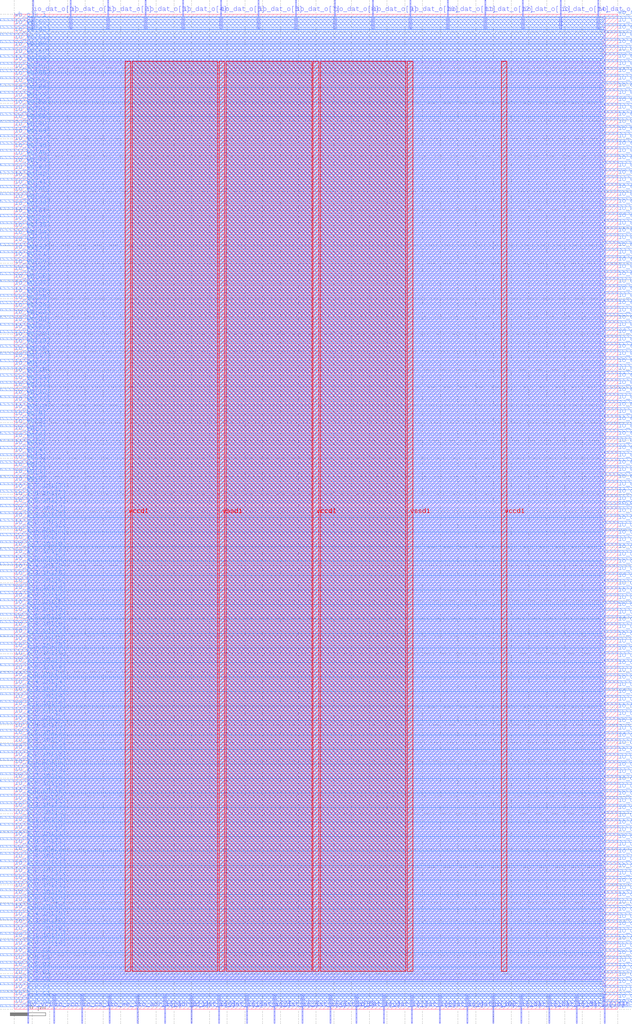
<source format=lef>
VERSION 5.7 ;
  NOWIREEXTENSIONATPIN ON ;
  DIVIDERCHAR "/" ;
  BUSBITCHARS "[]" ;
MACRO cic_block
  CLASS BLOCK ;
  FOREIGN cic_block ;
  ORIGIN 0.000 0.000 ;
  SIZE 170.000 BY 280.000 ;
  PIN io_adr_i[0]
    DIRECTION INPUT ;
    USE SIGNAL ;
    PORT
      LAYER met2 ;
        RECT 34.590 -4.000 34.870 4.000 ;
    END
  END io_adr_i[0]
  PIN io_adr_i[1]
    DIRECTION INPUT ;
    USE SIGNAL ;
    PORT
      LAYER met2 ;
        RECT 42.410 -4.000 42.690 4.000 ;
    END
  END io_adr_i[1]
  PIN io_cs_i
    DIRECTION INPUT ;
    USE SIGNAL ;
    PORT
      LAYER met2 ;
        RECT 18.950 -4.000 19.230 4.000 ;
    END
  END io_cs_i
  PIN io_dat_i[0]
    DIRECTION INPUT ;
    USE SIGNAL ;
    PORT
      LAYER met2 ;
        RECT 49.770 -4.000 50.050 4.000 ;
    END
  END io_dat_i[0]
  PIN io_dat_i[10]
    DIRECTION INPUT ;
    USE SIGNAL ;
    PORT
      LAYER met2 ;
        RECT 127.510 -4.000 127.790 4.000 ;
    END
  END io_dat_i[10]
  PIN io_dat_i[11]
    DIRECTION INPUT ;
    USE SIGNAL ;
    PORT
      LAYER met2 ;
        RECT 134.870 -4.000 135.150 4.000 ;
    END
  END io_dat_i[11]
  PIN io_dat_i[12]
    DIRECTION INPUT ;
    USE SIGNAL ;
    PORT
      LAYER met2 ;
        RECT 142.690 -4.000 142.970 4.000 ;
    END
  END io_dat_i[12]
  PIN io_dat_i[13]
    DIRECTION INPUT ;
    USE SIGNAL ;
    PORT
      LAYER met2 ;
        RECT 150.510 -4.000 150.790 4.000 ;
    END
  END io_dat_i[13]
  PIN io_dat_i[14]
    DIRECTION INPUT ;
    USE SIGNAL ;
    PORT
      LAYER met2 ;
        RECT 158.330 -4.000 158.610 4.000 ;
    END
  END io_dat_i[14]
  PIN io_dat_i[15]
    DIRECTION INPUT ;
    USE SIGNAL ;
    PORT
      LAYER met2 ;
        RECT 166.150 -4.000 166.430 4.000 ;
    END
  END io_dat_i[15]
  PIN io_dat_i[1]
    DIRECTION INPUT ;
    USE SIGNAL ;
    PORT
      LAYER met2 ;
        RECT 57.590 -4.000 57.870 4.000 ;
    END
  END io_dat_i[1]
  PIN io_dat_i[2]
    DIRECTION INPUT ;
    USE SIGNAL ;
    PORT
      LAYER met2 ;
        RECT 65.410 -4.000 65.690 4.000 ;
    END
  END io_dat_i[2]
  PIN io_dat_i[3]
    DIRECTION INPUT ;
    USE SIGNAL ;
    PORT
      LAYER met2 ;
        RECT 73.230 -4.000 73.510 4.000 ;
    END
  END io_dat_i[3]
  PIN io_dat_i[4]
    DIRECTION INPUT ;
    USE SIGNAL ;
    PORT
      LAYER met2 ;
        RECT 81.050 -4.000 81.330 4.000 ;
    END
  END io_dat_i[4]
  PIN io_dat_i[5]
    DIRECTION INPUT ;
    USE SIGNAL ;
    PORT
      LAYER met2 ;
        RECT 88.870 -4.000 89.150 4.000 ;
    END
  END io_dat_i[5]
  PIN io_dat_i[6]
    DIRECTION INPUT ;
    USE SIGNAL ;
    PORT
      LAYER met2 ;
        RECT 96.230 -4.000 96.510 4.000 ;
    END
  END io_dat_i[6]
  PIN io_dat_i[7]
    DIRECTION INPUT ;
    USE SIGNAL ;
    PORT
      LAYER met2 ;
        RECT 104.050 -4.000 104.330 4.000 ;
    END
  END io_dat_i[7]
  PIN io_dat_i[8]
    DIRECTION INPUT ;
    USE SIGNAL ;
    PORT
      LAYER met2 ;
        RECT 111.870 -4.000 112.150 4.000 ;
    END
  END io_dat_i[8]
  PIN io_dat_i[9]
    DIRECTION INPUT ;
    USE SIGNAL ;
    PORT
      LAYER met2 ;
        RECT 119.690 -4.000 119.970 4.000 ;
    END
  END io_dat_i[9]
  PIN io_dat_o[0]
    DIRECTION OUTPUT TRISTATE ;
    USE SIGNAL ;
    PORT
      LAYER met2 ;
        RECT 5.150 276.000 5.430 284.000 ;
    END
  END io_dat_o[0]
  PIN io_dat_o[10]
    DIRECTION OUTPUT TRISTATE ;
    USE SIGNAL ;
    PORT
      LAYER met2 ;
        RECT 111.410 276.000 111.690 284.000 ;
    END
  END io_dat_o[10]
  PIN io_dat_o[11]
    DIRECTION OUTPUT TRISTATE ;
    USE SIGNAL ;
    PORT
      LAYER met2 ;
        RECT 121.990 276.000 122.270 284.000 ;
    END
  END io_dat_o[11]
  PIN io_dat_o[12]
    DIRECTION OUTPUT TRISTATE ;
    USE SIGNAL ;
    PORT
      LAYER met2 ;
        RECT 132.570 276.000 132.850 284.000 ;
    END
  END io_dat_o[12]
  PIN io_dat_o[13]
    DIRECTION OUTPUT TRISTATE ;
    USE SIGNAL ;
    PORT
      LAYER met2 ;
        RECT 143.150 276.000 143.430 284.000 ;
    END
  END io_dat_o[13]
  PIN io_dat_o[14]
    DIRECTION OUTPUT TRISTATE ;
    USE SIGNAL ;
    PORT
      LAYER met2 ;
        RECT 153.730 276.000 154.010 284.000 ;
    END
  END io_dat_o[14]
  PIN io_dat_o[15]
    DIRECTION OUTPUT TRISTATE ;
    USE SIGNAL ;
    PORT
      LAYER met2 ;
        RECT 164.310 276.000 164.590 284.000 ;
    END
  END io_dat_o[15]
  PIN io_dat_o[1]
    DIRECTION OUTPUT TRISTATE ;
    USE SIGNAL ;
    PORT
      LAYER met2 ;
        RECT 15.730 276.000 16.010 284.000 ;
    END
  END io_dat_o[1]
  PIN io_dat_o[2]
    DIRECTION OUTPUT TRISTATE ;
    USE SIGNAL ;
    PORT
      LAYER met2 ;
        RECT 26.310 276.000 26.590 284.000 ;
    END
  END io_dat_o[2]
  PIN io_dat_o[3]
    DIRECTION OUTPUT TRISTATE ;
    USE SIGNAL ;
    PORT
      LAYER met2 ;
        RECT 36.890 276.000 37.170 284.000 ;
    END
  END io_dat_o[3]
  PIN io_dat_o[4]
    DIRECTION OUTPUT TRISTATE ;
    USE SIGNAL ;
    PORT
      LAYER met2 ;
        RECT 47.470 276.000 47.750 284.000 ;
    END
  END io_dat_o[4]
  PIN io_dat_o[5]
    DIRECTION OUTPUT TRISTATE ;
    USE SIGNAL ;
    PORT
      LAYER met2 ;
        RECT 58.050 276.000 58.330 284.000 ;
    END
  END io_dat_o[5]
  PIN io_dat_o[6]
    DIRECTION OUTPUT TRISTATE ;
    USE SIGNAL ;
    PORT
      LAYER met2 ;
        RECT 68.630 276.000 68.910 284.000 ;
    END
  END io_dat_o[6]
  PIN io_dat_o[7]
    DIRECTION OUTPUT TRISTATE ;
    USE SIGNAL ;
    PORT
      LAYER met2 ;
        RECT 79.210 276.000 79.490 284.000 ;
    END
  END io_dat_o[7]
  PIN io_dat_o[8]
    DIRECTION OUTPUT TRISTATE ;
    USE SIGNAL ;
    PORT
      LAYER met2 ;
        RECT 90.250 276.000 90.530 284.000 ;
    END
  END io_dat_o[8]
  PIN io_dat_o[9]
    DIRECTION OUTPUT TRISTATE ;
    USE SIGNAL ;
    PORT
      LAYER met2 ;
        RECT 100.830 276.000 101.110 284.000 ;
    END
  END io_dat_o[9]
  PIN io_eo[0]
    DIRECTION INPUT ;
    USE SIGNAL ;
    PORT
      LAYER met3 ;
        RECT 166.000 146.240 174.000 146.840 ;
    END
  END io_eo[0]
  PIN io_eo[10]
    DIRECTION INPUT ;
    USE SIGNAL ;
    PORT
      LAYER met3 ;
        RECT 166.000 166.640 174.000 167.240 ;
    END
  END io_eo[10]
  PIN io_eo[11]
    DIRECTION INPUT ;
    USE SIGNAL ;
    PORT
      LAYER met3 ;
        RECT 166.000 168.680 174.000 169.280 ;
    END
  END io_eo[11]
  PIN io_eo[12]
    DIRECTION INPUT ;
    USE SIGNAL ;
    PORT
      LAYER met3 ;
        RECT 166.000 170.720 174.000 171.320 ;
    END
  END io_eo[12]
  PIN io_eo[13]
    DIRECTION INPUT ;
    USE SIGNAL ;
    PORT
      LAYER met3 ;
        RECT 166.000 172.760 174.000 173.360 ;
    END
  END io_eo[13]
  PIN io_eo[14]
    DIRECTION INPUT ;
    USE SIGNAL ;
    PORT
      LAYER met3 ;
        RECT 166.000 174.800 174.000 175.400 ;
    END
  END io_eo[14]
  PIN io_eo[15]
    DIRECTION INPUT ;
    USE SIGNAL ;
    PORT
      LAYER met3 ;
        RECT 166.000 176.840 174.000 177.440 ;
    END
  END io_eo[15]
  PIN io_eo[16]
    DIRECTION INPUT ;
    USE SIGNAL ;
    PORT
      LAYER met3 ;
        RECT 166.000 178.880 174.000 179.480 ;
    END
  END io_eo[16]
  PIN io_eo[17]
    DIRECTION INPUT ;
    USE SIGNAL ;
    PORT
      LAYER met3 ;
        RECT 166.000 180.920 174.000 181.520 ;
    END
  END io_eo[17]
  PIN io_eo[18]
    DIRECTION INPUT ;
    USE SIGNAL ;
    PORT
      LAYER met3 ;
        RECT 166.000 182.960 174.000 183.560 ;
    END
  END io_eo[18]
  PIN io_eo[19]
    DIRECTION INPUT ;
    USE SIGNAL ;
    PORT
      LAYER met3 ;
        RECT 166.000 185.000 174.000 185.600 ;
    END
  END io_eo[19]
  PIN io_eo[1]
    DIRECTION INPUT ;
    USE SIGNAL ;
    PORT
      LAYER met3 ;
        RECT 166.000 148.280 174.000 148.880 ;
    END
  END io_eo[1]
  PIN io_eo[20]
    DIRECTION INPUT ;
    USE SIGNAL ;
    PORT
      LAYER met3 ;
        RECT 166.000 187.040 174.000 187.640 ;
    END
  END io_eo[20]
  PIN io_eo[21]
    DIRECTION INPUT ;
    USE SIGNAL ;
    PORT
      LAYER met3 ;
        RECT 166.000 189.080 174.000 189.680 ;
    END
  END io_eo[21]
  PIN io_eo[22]
    DIRECTION INPUT ;
    USE SIGNAL ;
    PORT
      LAYER met3 ;
        RECT 166.000 191.120 174.000 191.720 ;
    END
  END io_eo[22]
  PIN io_eo[23]
    DIRECTION INPUT ;
    USE SIGNAL ;
    PORT
      LAYER met3 ;
        RECT 166.000 193.160 174.000 193.760 ;
    END
  END io_eo[23]
  PIN io_eo[24]
    DIRECTION INPUT ;
    USE SIGNAL ;
    PORT
      LAYER met3 ;
        RECT 166.000 195.200 174.000 195.800 ;
    END
  END io_eo[24]
  PIN io_eo[25]
    DIRECTION INPUT ;
    USE SIGNAL ;
    PORT
      LAYER met3 ;
        RECT 166.000 197.240 174.000 197.840 ;
    END
  END io_eo[25]
  PIN io_eo[26]
    DIRECTION INPUT ;
    USE SIGNAL ;
    PORT
      LAYER met3 ;
        RECT 166.000 199.280 174.000 199.880 ;
    END
  END io_eo[26]
  PIN io_eo[27]
    DIRECTION INPUT ;
    USE SIGNAL ;
    PORT
      LAYER met3 ;
        RECT 166.000 201.320 174.000 201.920 ;
    END
  END io_eo[27]
  PIN io_eo[28]
    DIRECTION INPUT ;
    USE SIGNAL ;
    PORT
      LAYER met3 ;
        RECT 166.000 203.360 174.000 203.960 ;
    END
  END io_eo[28]
  PIN io_eo[29]
    DIRECTION INPUT ;
    USE SIGNAL ;
    PORT
      LAYER met3 ;
        RECT 166.000 205.400 174.000 206.000 ;
    END
  END io_eo[29]
  PIN io_eo[2]
    DIRECTION INPUT ;
    USE SIGNAL ;
    PORT
      LAYER met3 ;
        RECT 166.000 150.320 174.000 150.920 ;
    END
  END io_eo[2]
  PIN io_eo[30]
    DIRECTION INPUT ;
    USE SIGNAL ;
    PORT
      LAYER met3 ;
        RECT 166.000 207.440 174.000 208.040 ;
    END
  END io_eo[30]
  PIN io_eo[31]
    DIRECTION INPUT ;
    USE SIGNAL ;
    PORT
      LAYER met3 ;
        RECT 166.000 209.480 174.000 210.080 ;
    END
  END io_eo[31]
  PIN io_eo[32]
    DIRECTION INPUT ;
    USE SIGNAL ;
    PORT
      LAYER met3 ;
        RECT 166.000 211.520 174.000 212.120 ;
    END
  END io_eo[32]
  PIN io_eo[33]
    DIRECTION INPUT ;
    USE SIGNAL ;
    PORT
      LAYER met3 ;
        RECT 166.000 213.560 174.000 214.160 ;
    END
  END io_eo[33]
  PIN io_eo[34]
    DIRECTION INPUT ;
    USE SIGNAL ;
    PORT
      LAYER met3 ;
        RECT 166.000 215.600 174.000 216.200 ;
    END
  END io_eo[34]
  PIN io_eo[35]
    DIRECTION INPUT ;
    USE SIGNAL ;
    PORT
      LAYER met3 ;
        RECT 166.000 217.640 174.000 218.240 ;
    END
  END io_eo[35]
  PIN io_eo[36]
    DIRECTION INPUT ;
    USE SIGNAL ;
    PORT
      LAYER met3 ;
        RECT 166.000 219.680 174.000 220.280 ;
    END
  END io_eo[36]
  PIN io_eo[37]
    DIRECTION INPUT ;
    USE SIGNAL ;
    PORT
      LAYER met3 ;
        RECT 166.000 221.720 174.000 222.320 ;
    END
  END io_eo[37]
  PIN io_eo[38]
    DIRECTION INPUT ;
    USE SIGNAL ;
    PORT
      LAYER met3 ;
        RECT 166.000 223.760 174.000 224.360 ;
    END
  END io_eo[38]
  PIN io_eo[39]
    DIRECTION INPUT ;
    USE SIGNAL ;
    PORT
      LAYER met3 ;
        RECT 166.000 225.800 174.000 226.400 ;
    END
  END io_eo[39]
  PIN io_eo[3]
    DIRECTION INPUT ;
    USE SIGNAL ;
    PORT
      LAYER met3 ;
        RECT 166.000 152.360 174.000 152.960 ;
    END
  END io_eo[3]
  PIN io_eo[40]
    DIRECTION INPUT ;
    USE SIGNAL ;
    PORT
      LAYER met3 ;
        RECT 166.000 227.840 174.000 228.440 ;
    END
  END io_eo[40]
  PIN io_eo[41]
    DIRECTION INPUT ;
    USE SIGNAL ;
    PORT
      LAYER met3 ;
        RECT 166.000 229.880 174.000 230.480 ;
    END
  END io_eo[41]
  PIN io_eo[42]
    DIRECTION INPUT ;
    USE SIGNAL ;
    PORT
      LAYER met3 ;
        RECT 166.000 231.920 174.000 232.520 ;
    END
  END io_eo[42]
  PIN io_eo[43]
    DIRECTION INPUT ;
    USE SIGNAL ;
    PORT
      LAYER met3 ;
        RECT 166.000 233.960 174.000 234.560 ;
    END
  END io_eo[43]
  PIN io_eo[44]
    DIRECTION INPUT ;
    USE SIGNAL ;
    PORT
      LAYER met3 ;
        RECT 166.000 236.000 174.000 236.600 ;
    END
  END io_eo[44]
  PIN io_eo[45]
    DIRECTION INPUT ;
    USE SIGNAL ;
    PORT
      LAYER met3 ;
        RECT 166.000 238.040 174.000 238.640 ;
    END
  END io_eo[45]
  PIN io_eo[46]
    DIRECTION INPUT ;
    USE SIGNAL ;
    PORT
      LAYER met3 ;
        RECT 166.000 240.080 174.000 240.680 ;
    END
  END io_eo[46]
  PIN io_eo[47]
    DIRECTION INPUT ;
    USE SIGNAL ;
    PORT
      LAYER met3 ;
        RECT 166.000 242.120 174.000 242.720 ;
    END
  END io_eo[47]
  PIN io_eo[48]
    DIRECTION INPUT ;
    USE SIGNAL ;
    PORT
      LAYER met3 ;
        RECT 166.000 244.160 174.000 244.760 ;
    END
  END io_eo[48]
  PIN io_eo[49]
    DIRECTION INPUT ;
    USE SIGNAL ;
    PORT
      LAYER met3 ;
        RECT 166.000 246.200 174.000 246.800 ;
    END
  END io_eo[49]
  PIN io_eo[4]
    DIRECTION INPUT ;
    USE SIGNAL ;
    PORT
      LAYER met3 ;
        RECT 166.000 154.400 174.000 155.000 ;
    END
  END io_eo[4]
  PIN io_eo[50]
    DIRECTION INPUT ;
    USE SIGNAL ;
    PORT
      LAYER met3 ;
        RECT 166.000 248.240 174.000 248.840 ;
    END
  END io_eo[50]
  PIN io_eo[51]
    DIRECTION INPUT ;
    USE SIGNAL ;
    PORT
      LAYER met3 ;
        RECT 166.000 250.280 174.000 250.880 ;
    END
  END io_eo[51]
  PIN io_eo[52]
    DIRECTION INPUT ;
    USE SIGNAL ;
    PORT
      LAYER met3 ;
        RECT 166.000 252.320 174.000 252.920 ;
    END
  END io_eo[52]
  PIN io_eo[53]
    DIRECTION INPUT ;
    USE SIGNAL ;
    PORT
      LAYER met3 ;
        RECT 166.000 254.360 174.000 254.960 ;
    END
  END io_eo[53]
  PIN io_eo[54]
    DIRECTION INPUT ;
    USE SIGNAL ;
    PORT
      LAYER met3 ;
        RECT 166.000 256.400 174.000 257.000 ;
    END
  END io_eo[54]
  PIN io_eo[55]
    DIRECTION INPUT ;
    USE SIGNAL ;
    PORT
      LAYER met3 ;
        RECT 166.000 258.440 174.000 259.040 ;
    END
  END io_eo[55]
  PIN io_eo[56]
    DIRECTION INPUT ;
    USE SIGNAL ;
    PORT
      LAYER met3 ;
        RECT 166.000 260.480 174.000 261.080 ;
    END
  END io_eo[56]
  PIN io_eo[57]
    DIRECTION INPUT ;
    USE SIGNAL ;
    PORT
      LAYER met3 ;
        RECT 166.000 262.520 174.000 263.120 ;
    END
  END io_eo[57]
  PIN io_eo[58]
    DIRECTION INPUT ;
    USE SIGNAL ;
    PORT
      LAYER met3 ;
        RECT 166.000 264.560 174.000 265.160 ;
    END
  END io_eo[58]
  PIN io_eo[59]
    DIRECTION INPUT ;
    USE SIGNAL ;
    PORT
      LAYER met3 ;
        RECT 166.000 266.600 174.000 267.200 ;
    END
  END io_eo[59]
  PIN io_eo[5]
    DIRECTION INPUT ;
    USE SIGNAL ;
    PORT
      LAYER met3 ;
        RECT 166.000 156.440 174.000 157.040 ;
    END
  END io_eo[5]
  PIN io_eo[60]
    DIRECTION INPUT ;
    USE SIGNAL ;
    PORT
      LAYER met3 ;
        RECT 166.000 268.640 174.000 269.240 ;
    END
  END io_eo[60]
  PIN io_eo[61]
    DIRECTION INPUT ;
    USE SIGNAL ;
    PORT
      LAYER met3 ;
        RECT 166.000 270.680 174.000 271.280 ;
    END
  END io_eo[61]
  PIN io_eo[62]
    DIRECTION INPUT ;
    USE SIGNAL ;
    PORT
      LAYER met3 ;
        RECT 166.000 272.720 174.000 273.320 ;
    END
  END io_eo[62]
  PIN io_eo[63]
    DIRECTION INPUT ;
    USE SIGNAL ;
    PORT
      LAYER met3 ;
        RECT 166.000 274.760 174.000 275.360 ;
    END
  END io_eo[63]
  PIN io_eo[6]
    DIRECTION INPUT ;
    USE SIGNAL ;
    PORT
      LAYER met3 ;
        RECT 166.000 158.480 174.000 159.080 ;
    END
  END io_eo[6]
  PIN io_eo[7]
    DIRECTION INPUT ;
    USE SIGNAL ;
    PORT
      LAYER met3 ;
        RECT 166.000 160.520 174.000 161.120 ;
    END
  END io_eo[7]
  PIN io_eo[8]
    DIRECTION INPUT ;
    USE SIGNAL ;
    PORT
      LAYER met3 ;
        RECT 166.000 162.560 174.000 163.160 ;
    END
  END io_eo[8]
  PIN io_eo[9]
    DIRECTION INPUT ;
    USE SIGNAL ;
    PORT
      LAYER met3 ;
        RECT 166.000 164.600 174.000 165.200 ;
    END
  END io_eo[9]
  PIN io_i_0_ci
    DIRECTION INPUT ;
    USE SIGNAL ;
    PORT
      LAYER met3 ;
        RECT -4.000 0.720 4.000 1.320 ;
    END
  END io_i_0_ci
  PIN io_i_0_in1[0]
    DIRECTION INPUT ;
    USE SIGNAL ;
    PORT
      LAYER met3 ;
        RECT -4.000 17.040 4.000 17.640 ;
    END
  END io_i_0_in1[0]
  PIN io_i_0_in1[1]
    DIRECTION INPUT ;
    USE SIGNAL ;
    PORT
      LAYER met3 ;
        RECT -4.000 33.360 4.000 33.960 ;
    END
  END io_i_0_in1[1]
  PIN io_i_0_in1[2]
    DIRECTION INPUT ;
    USE SIGNAL ;
    PORT
      LAYER met3 ;
        RECT -4.000 49.680 4.000 50.280 ;
    END
  END io_i_0_in1[2]
  PIN io_i_0_in1[3]
    DIRECTION INPUT ;
    USE SIGNAL ;
    PORT
      LAYER met3 ;
        RECT -4.000 66.000 4.000 66.600 ;
    END
  END io_i_0_in1[3]
  PIN io_i_0_in1[4]
    DIRECTION INPUT ;
    USE SIGNAL ;
    PORT
      LAYER met3 ;
        RECT -4.000 82.320 4.000 82.920 ;
    END
  END io_i_0_in1[4]
  PIN io_i_0_in1[5]
    DIRECTION INPUT ;
    USE SIGNAL ;
    PORT
      LAYER met3 ;
        RECT -4.000 98.640 4.000 99.240 ;
    END
  END io_i_0_in1[5]
  PIN io_i_0_in1[6]
    DIRECTION INPUT ;
    USE SIGNAL ;
    PORT
      LAYER met3 ;
        RECT -4.000 114.960 4.000 115.560 ;
    END
  END io_i_0_in1[6]
  PIN io_i_0_in1[7]
    DIRECTION INPUT ;
    USE SIGNAL ;
    PORT
      LAYER met3 ;
        RECT -4.000 131.280 4.000 131.880 ;
    END
  END io_i_0_in1[7]
  PIN io_i_1_ci
    DIRECTION INPUT ;
    USE SIGNAL ;
    PORT
      LAYER met3 ;
        RECT -4.000 2.760 4.000 3.360 ;
    END
  END io_i_1_ci
  PIN io_i_1_in1[0]
    DIRECTION INPUT ;
    USE SIGNAL ;
    PORT
      LAYER met3 ;
        RECT -4.000 19.080 4.000 19.680 ;
    END
  END io_i_1_in1[0]
  PIN io_i_1_in1[1]
    DIRECTION INPUT ;
    USE SIGNAL ;
    PORT
      LAYER met3 ;
        RECT -4.000 35.400 4.000 36.000 ;
    END
  END io_i_1_in1[1]
  PIN io_i_1_in1[2]
    DIRECTION INPUT ;
    USE SIGNAL ;
    PORT
      LAYER met3 ;
        RECT -4.000 51.720 4.000 52.320 ;
    END
  END io_i_1_in1[2]
  PIN io_i_1_in1[3]
    DIRECTION INPUT ;
    USE SIGNAL ;
    PORT
      LAYER met3 ;
        RECT -4.000 68.040 4.000 68.640 ;
    END
  END io_i_1_in1[3]
  PIN io_i_1_in1[4]
    DIRECTION INPUT ;
    USE SIGNAL ;
    PORT
      LAYER met3 ;
        RECT -4.000 84.360 4.000 84.960 ;
    END
  END io_i_1_in1[4]
  PIN io_i_1_in1[5]
    DIRECTION INPUT ;
    USE SIGNAL ;
    PORT
      LAYER met3 ;
        RECT -4.000 100.680 4.000 101.280 ;
    END
  END io_i_1_in1[5]
  PIN io_i_1_in1[6]
    DIRECTION INPUT ;
    USE SIGNAL ;
    PORT
      LAYER met3 ;
        RECT -4.000 117.000 4.000 117.600 ;
    END
  END io_i_1_in1[6]
  PIN io_i_1_in1[7]
    DIRECTION INPUT ;
    USE SIGNAL ;
    PORT
      LAYER met3 ;
        RECT -4.000 133.320 4.000 133.920 ;
    END
  END io_i_1_in1[7]
  PIN io_i_2_ci
    DIRECTION INPUT ;
    USE SIGNAL ;
    PORT
      LAYER met3 ;
        RECT -4.000 4.800 4.000 5.400 ;
    END
  END io_i_2_ci
  PIN io_i_2_in1[0]
    DIRECTION INPUT ;
    USE SIGNAL ;
    PORT
      LAYER met3 ;
        RECT -4.000 21.120 4.000 21.720 ;
    END
  END io_i_2_in1[0]
  PIN io_i_2_in1[1]
    DIRECTION INPUT ;
    USE SIGNAL ;
    PORT
      LAYER met3 ;
        RECT -4.000 37.440 4.000 38.040 ;
    END
  END io_i_2_in1[1]
  PIN io_i_2_in1[2]
    DIRECTION INPUT ;
    USE SIGNAL ;
    PORT
      LAYER met3 ;
        RECT -4.000 53.760 4.000 54.360 ;
    END
  END io_i_2_in1[2]
  PIN io_i_2_in1[3]
    DIRECTION INPUT ;
    USE SIGNAL ;
    PORT
      LAYER met3 ;
        RECT -4.000 70.080 4.000 70.680 ;
    END
  END io_i_2_in1[3]
  PIN io_i_2_in1[4]
    DIRECTION INPUT ;
    USE SIGNAL ;
    PORT
      LAYER met3 ;
        RECT -4.000 86.400 4.000 87.000 ;
    END
  END io_i_2_in1[4]
  PIN io_i_2_in1[5]
    DIRECTION INPUT ;
    USE SIGNAL ;
    PORT
      LAYER met3 ;
        RECT -4.000 102.720 4.000 103.320 ;
    END
  END io_i_2_in1[5]
  PIN io_i_2_in1[6]
    DIRECTION INPUT ;
    USE SIGNAL ;
    PORT
      LAYER met3 ;
        RECT -4.000 119.040 4.000 119.640 ;
    END
  END io_i_2_in1[6]
  PIN io_i_2_in1[7]
    DIRECTION INPUT ;
    USE SIGNAL ;
    PORT
      LAYER met3 ;
        RECT -4.000 135.360 4.000 135.960 ;
    END
  END io_i_2_in1[7]
  PIN io_i_3_ci
    DIRECTION INPUT ;
    USE SIGNAL ;
    PORT
      LAYER met3 ;
        RECT -4.000 6.840 4.000 7.440 ;
    END
  END io_i_3_ci
  PIN io_i_3_in1[0]
    DIRECTION INPUT ;
    USE SIGNAL ;
    PORT
      LAYER met3 ;
        RECT -4.000 23.160 4.000 23.760 ;
    END
  END io_i_3_in1[0]
  PIN io_i_3_in1[1]
    DIRECTION INPUT ;
    USE SIGNAL ;
    PORT
      LAYER met3 ;
        RECT -4.000 39.480 4.000 40.080 ;
    END
  END io_i_3_in1[1]
  PIN io_i_3_in1[2]
    DIRECTION INPUT ;
    USE SIGNAL ;
    PORT
      LAYER met3 ;
        RECT -4.000 55.800 4.000 56.400 ;
    END
  END io_i_3_in1[2]
  PIN io_i_3_in1[3]
    DIRECTION INPUT ;
    USE SIGNAL ;
    PORT
      LAYER met3 ;
        RECT -4.000 72.120 4.000 72.720 ;
    END
  END io_i_3_in1[3]
  PIN io_i_3_in1[4]
    DIRECTION INPUT ;
    USE SIGNAL ;
    PORT
      LAYER met3 ;
        RECT -4.000 88.440 4.000 89.040 ;
    END
  END io_i_3_in1[4]
  PIN io_i_3_in1[5]
    DIRECTION INPUT ;
    USE SIGNAL ;
    PORT
      LAYER met3 ;
        RECT -4.000 104.760 4.000 105.360 ;
    END
  END io_i_3_in1[5]
  PIN io_i_3_in1[6]
    DIRECTION INPUT ;
    USE SIGNAL ;
    PORT
      LAYER met3 ;
        RECT -4.000 121.080 4.000 121.680 ;
    END
  END io_i_3_in1[6]
  PIN io_i_3_in1[7]
    DIRECTION INPUT ;
    USE SIGNAL ;
    PORT
      LAYER met3 ;
        RECT -4.000 137.400 4.000 138.000 ;
    END
  END io_i_3_in1[7]
  PIN io_i_4_ci
    DIRECTION INPUT ;
    USE SIGNAL ;
    PORT
      LAYER met3 ;
        RECT -4.000 8.880 4.000 9.480 ;
    END
  END io_i_4_ci
  PIN io_i_4_in1[0]
    DIRECTION INPUT ;
    USE SIGNAL ;
    PORT
      LAYER met3 ;
        RECT -4.000 25.200 4.000 25.800 ;
    END
  END io_i_4_in1[0]
  PIN io_i_4_in1[1]
    DIRECTION INPUT ;
    USE SIGNAL ;
    PORT
      LAYER met3 ;
        RECT -4.000 41.520 4.000 42.120 ;
    END
  END io_i_4_in1[1]
  PIN io_i_4_in1[2]
    DIRECTION INPUT ;
    USE SIGNAL ;
    PORT
      LAYER met3 ;
        RECT -4.000 57.840 4.000 58.440 ;
    END
  END io_i_4_in1[2]
  PIN io_i_4_in1[3]
    DIRECTION INPUT ;
    USE SIGNAL ;
    PORT
      LAYER met3 ;
        RECT -4.000 74.160 4.000 74.760 ;
    END
  END io_i_4_in1[3]
  PIN io_i_4_in1[4]
    DIRECTION INPUT ;
    USE SIGNAL ;
    PORT
      LAYER met3 ;
        RECT -4.000 90.480 4.000 91.080 ;
    END
  END io_i_4_in1[4]
  PIN io_i_4_in1[5]
    DIRECTION INPUT ;
    USE SIGNAL ;
    PORT
      LAYER met3 ;
        RECT -4.000 106.800 4.000 107.400 ;
    END
  END io_i_4_in1[5]
  PIN io_i_4_in1[6]
    DIRECTION INPUT ;
    USE SIGNAL ;
    PORT
      LAYER met3 ;
        RECT -4.000 123.120 4.000 123.720 ;
    END
  END io_i_4_in1[6]
  PIN io_i_4_in1[7]
    DIRECTION INPUT ;
    USE SIGNAL ;
    PORT
      LAYER met3 ;
        RECT -4.000 139.440 4.000 140.040 ;
    END
  END io_i_4_in1[7]
  PIN io_i_5_ci
    DIRECTION INPUT ;
    USE SIGNAL ;
    PORT
      LAYER met3 ;
        RECT -4.000 10.920 4.000 11.520 ;
    END
  END io_i_5_ci
  PIN io_i_5_in1[0]
    DIRECTION INPUT ;
    USE SIGNAL ;
    PORT
      LAYER met3 ;
        RECT -4.000 27.240 4.000 27.840 ;
    END
  END io_i_5_in1[0]
  PIN io_i_5_in1[1]
    DIRECTION INPUT ;
    USE SIGNAL ;
    PORT
      LAYER met3 ;
        RECT -4.000 43.560 4.000 44.160 ;
    END
  END io_i_5_in1[1]
  PIN io_i_5_in1[2]
    DIRECTION INPUT ;
    USE SIGNAL ;
    PORT
      LAYER met3 ;
        RECT -4.000 59.880 4.000 60.480 ;
    END
  END io_i_5_in1[2]
  PIN io_i_5_in1[3]
    DIRECTION INPUT ;
    USE SIGNAL ;
    PORT
      LAYER met3 ;
        RECT -4.000 76.200 4.000 76.800 ;
    END
  END io_i_5_in1[3]
  PIN io_i_5_in1[4]
    DIRECTION INPUT ;
    USE SIGNAL ;
    PORT
      LAYER met3 ;
        RECT -4.000 92.520 4.000 93.120 ;
    END
  END io_i_5_in1[4]
  PIN io_i_5_in1[5]
    DIRECTION INPUT ;
    USE SIGNAL ;
    PORT
      LAYER met3 ;
        RECT -4.000 108.840 4.000 109.440 ;
    END
  END io_i_5_in1[5]
  PIN io_i_5_in1[6]
    DIRECTION INPUT ;
    USE SIGNAL ;
    PORT
      LAYER met3 ;
        RECT -4.000 125.160 4.000 125.760 ;
    END
  END io_i_5_in1[6]
  PIN io_i_5_in1[7]
    DIRECTION INPUT ;
    USE SIGNAL ;
    PORT
      LAYER met3 ;
        RECT -4.000 141.480 4.000 142.080 ;
    END
  END io_i_5_in1[7]
  PIN io_i_6_ci
    DIRECTION INPUT ;
    USE SIGNAL ;
    PORT
      LAYER met3 ;
        RECT -4.000 12.960 4.000 13.560 ;
    END
  END io_i_6_ci
  PIN io_i_6_in1[0]
    DIRECTION INPUT ;
    USE SIGNAL ;
    PORT
      LAYER met3 ;
        RECT -4.000 29.280 4.000 29.880 ;
    END
  END io_i_6_in1[0]
  PIN io_i_6_in1[1]
    DIRECTION INPUT ;
    USE SIGNAL ;
    PORT
      LAYER met3 ;
        RECT -4.000 45.600 4.000 46.200 ;
    END
  END io_i_6_in1[1]
  PIN io_i_6_in1[2]
    DIRECTION INPUT ;
    USE SIGNAL ;
    PORT
      LAYER met3 ;
        RECT -4.000 61.920 4.000 62.520 ;
    END
  END io_i_6_in1[2]
  PIN io_i_6_in1[3]
    DIRECTION INPUT ;
    USE SIGNAL ;
    PORT
      LAYER met3 ;
        RECT -4.000 78.240 4.000 78.840 ;
    END
  END io_i_6_in1[3]
  PIN io_i_6_in1[4]
    DIRECTION INPUT ;
    USE SIGNAL ;
    PORT
      LAYER met3 ;
        RECT -4.000 94.560 4.000 95.160 ;
    END
  END io_i_6_in1[4]
  PIN io_i_6_in1[5]
    DIRECTION INPUT ;
    USE SIGNAL ;
    PORT
      LAYER met3 ;
        RECT -4.000 110.880 4.000 111.480 ;
    END
  END io_i_6_in1[5]
  PIN io_i_6_in1[6]
    DIRECTION INPUT ;
    USE SIGNAL ;
    PORT
      LAYER met3 ;
        RECT -4.000 127.200 4.000 127.800 ;
    END
  END io_i_6_in1[6]
  PIN io_i_6_in1[7]
    DIRECTION INPUT ;
    USE SIGNAL ;
    PORT
      LAYER met3 ;
        RECT -4.000 143.520 4.000 144.120 ;
    END
  END io_i_6_in1[7]
  PIN io_i_7_ci
    DIRECTION INPUT ;
    USE SIGNAL ;
    PORT
      LAYER met3 ;
        RECT -4.000 15.000 4.000 15.600 ;
    END
  END io_i_7_ci
  PIN io_i_7_in1[0]
    DIRECTION INPUT ;
    USE SIGNAL ;
    PORT
      LAYER met3 ;
        RECT -4.000 31.320 4.000 31.920 ;
    END
  END io_i_7_in1[0]
  PIN io_i_7_in1[1]
    DIRECTION INPUT ;
    USE SIGNAL ;
    PORT
      LAYER met3 ;
        RECT -4.000 47.640 4.000 48.240 ;
    END
  END io_i_7_in1[1]
  PIN io_i_7_in1[2]
    DIRECTION INPUT ;
    USE SIGNAL ;
    PORT
      LAYER met3 ;
        RECT -4.000 63.960 4.000 64.560 ;
    END
  END io_i_7_in1[2]
  PIN io_i_7_in1[3]
    DIRECTION INPUT ;
    USE SIGNAL ;
    PORT
      LAYER met3 ;
        RECT -4.000 80.280 4.000 80.880 ;
    END
  END io_i_7_in1[3]
  PIN io_i_7_in1[4]
    DIRECTION INPUT ;
    USE SIGNAL ;
    PORT
      LAYER met3 ;
        RECT -4.000 96.600 4.000 97.200 ;
    END
  END io_i_7_in1[4]
  PIN io_i_7_in1[5]
    DIRECTION INPUT ;
    USE SIGNAL ;
    PORT
      LAYER met3 ;
        RECT -4.000 112.920 4.000 113.520 ;
    END
  END io_i_7_in1[5]
  PIN io_i_7_in1[6]
    DIRECTION INPUT ;
    USE SIGNAL ;
    PORT
      LAYER met3 ;
        RECT -4.000 129.240 4.000 129.840 ;
    END
  END io_i_7_in1[6]
  PIN io_i_7_in1[7]
    DIRECTION INPUT ;
    USE SIGNAL ;
    PORT
      LAYER met3 ;
        RECT -4.000 145.560 4.000 146.160 ;
    END
  END io_i_7_in1[7]
  PIN io_o_0_co
    DIRECTION OUTPUT TRISTATE ;
    USE SIGNAL ;
    PORT
      LAYER met3 ;
        RECT 166.000 0.720 174.000 1.320 ;
    END
  END io_o_0_co
  PIN io_o_0_out[0]
    DIRECTION OUTPUT TRISTATE ;
    USE SIGNAL ;
    PORT
      LAYER met3 ;
        RECT 166.000 16.360 174.000 16.960 ;
    END
  END io_o_0_out[0]
  PIN io_o_0_out[1]
    DIRECTION OUTPUT TRISTATE ;
    USE SIGNAL ;
    PORT
      LAYER met3 ;
        RECT 166.000 32.680 174.000 33.280 ;
    END
  END io_o_0_out[1]
  PIN io_o_0_out[2]
    DIRECTION OUTPUT TRISTATE ;
    USE SIGNAL ;
    PORT
      LAYER met3 ;
        RECT 166.000 49.000 174.000 49.600 ;
    END
  END io_o_0_out[2]
  PIN io_o_0_out[3]
    DIRECTION OUTPUT TRISTATE ;
    USE SIGNAL ;
    PORT
      LAYER met3 ;
        RECT 166.000 65.320 174.000 65.920 ;
    END
  END io_o_0_out[3]
  PIN io_o_0_out[4]
    DIRECTION OUTPUT TRISTATE ;
    USE SIGNAL ;
    PORT
      LAYER met3 ;
        RECT 166.000 81.640 174.000 82.240 ;
    END
  END io_o_0_out[4]
  PIN io_o_0_out[5]
    DIRECTION OUTPUT TRISTATE ;
    USE SIGNAL ;
    PORT
      LAYER met3 ;
        RECT 166.000 97.960 174.000 98.560 ;
    END
  END io_o_0_out[5]
  PIN io_o_0_out[6]
    DIRECTION OUTPUT TRISTATE ;
    USE SIGNAL ;
    PORT
      LAYER met3 ;
        RECT 166.000 114.280 174.000 114.880 ;
    END
  END io_o_0_out[6]
  PIN io_o_0_out[7]
    DIRECTION OUTPUT TRISTATE ;
    USE SIGNAL ;
    PORT
      LAYER met3 ;
        RECT 166.000 130.600 174.000 131.200 ;
    END
  END io_o_0_out[7]
  PIN io_o_1_co
    DIRECTION OUTPUT TRISTATE ;
    USE SIGNAL ;
    PORT
      LAYER met3 ;
        RECT 166.000 2.080 174.000 2.680 ;
    END
  END io_o_1_co
  PIN io_o_1_out[0]
    DIRECTION OUTPUT TRISTATE ;
    USE SIGNAL ;
    PORT
      LAYER met3 ;
        RECT 166.000 18.400 174.000 19.000 ;
    END
  END io_o_1_out[0]
  PIN io_o_1_out[1]
    DIRECTION OUTPUT TRISTATE ;
    USE SIGNAL ;
    PORT
      LAYER met3 ;
        RECT 166.000 34.720 174.000 35.320 ;
    END
  END io_o_1_out[1]
  PIN io_o_1_out[2]
    DIRECTION OUTPUT TRISTATE ;
    USE SIGNAL ;
    PORT
      LAYER met3 ;
        RECT 166.000 51.040 174.000 51.640 ;
    END
  END io_o_1_out[2]
  PIN io_o_1_out[3]
    DIRECTION OUTPUT TRISTATE ;
    USE SIGNAL ;
    PORT
      LAYER met3 ;
        RECT 166.000 67.360 174.000 67.960 ;
    END
  END io_o_1_out[3]
  PIN io_o_1_out[4]
    DIRECTION OUTPUT TRISTATE ;
    USE SIGNAL ;
    PORT
      LAYER met3 ;
        RECT 166.000 83.680 174.000 84.280 ;
    END
  END io_o_1_out[4]
  PIN io_o_1_out[5]
    DIRECTION OUTPUT TRISTATE ;
    USE SIGNAL ;
    PORT
      LAYER met3 ;
        RECT 166.000 100.000 174.000 100.600 ;
    END
  END io_o_1_out[5]
  PIN io_o_1_out[6]
    DIRECTION OUTPUT TRISTATE ;
    USE SIGNAL ;
    PORT
      LAYER met3 ;
        RECT 166.000 116.320 174.000 116.920 ;
    END
  END io_o_1_out[6]
  PIN io_o_1_out[7]
    DIRECTION OUTPUT TRISTATE ;
    USE SIGNAL ;
    PORT
      LAYER met3 ;
        RECT 166.000 132.640 174.000 133.240 ;
    END
  END io_o_1_out[7]
  PIN io_o_2_co
    DIRECTION OUTPUT TRISTATE ;
    USE SIGNAL ;
    PORT
      LAYER met3 ;
        RECT 166.000 4.120 174.000 4.720 ;
    END
  END io_o_2_co
  PIN io_o_2_out[0]
    DIRECTION OUTPUT TRISTATE ;
    USE SIGNAL ;
    PORT
      LAYER met3 ;
        RECT 166.000 20.440 174.000 21.040 ;
    END
  END io_o_2_out[0]
  PIN io_o_2_out[1]
    DIRECTION OUTPUT TRISTATE ;
    USE SIGNAL ;
    PORT
      LAYER met3 ;
        RECT 166.000 36.760 174.000 37.360 ;
    END
  END io_o_2_out[1]
  PIN io_o_2_out[2]
    DIRECTION OUTPUT TRISTATE ;
    USE SIGNAL ;
    PORT
      LAYER met3 ;
        RECT 166.000 53.080 174.000 53.680 ;
    END
  END io_o_2_out[2]
  PIN io_o_2_out[3]
    DIRECTION OUTPUT TRISTATE ;
    USE SIGNAL ;
    PORT
      LAYER met3 ;
        RECT 166.000 69.400 174.000 70.000 ;
    END
  END io_o_2_out[3]
  PIN io_o_2_out[4]
    DIRECTION OUTPUT TRISTATE ;
    USE SIGNAL ;
    PORT
      LAYER met3 ;
        RECT 166.000 85.720 174.000 86.320 ;
    END
  END io_o_2_out[4]
  PIN io_o_2_out[5]
    DIRECTION OUTPUT TRISTATE ;
    USE SIGNAL ;
    PORT
      LAYER met3 ;
        RECT 166.000 102.040 174.000 102.640 ;
    END
  END io_o_2_out[5]
  PIN io_o_2_out[6]
    DIRECTION OUTPUT TRISTATE ;
    USE SIGNAL ;
    PORT
      LAYER met3 ;
        RECT 166.000 118.360 174.000 118.960 ;
    END
  END io_o_2_out[6]
  PIN io_o_2_out[7]
    DIRECTION OUTPUT TRISTATE ;
    USE SIGNAL ;
    PORT
      LAYER met3 ;
        RECT 166.000 134.680 174.000 135.280 ;
    END
  END io_o_2_out[7]
  PIN io_o_3_co
    DIRECTION OUTPUT TRISTATE ;
    USE SIGNAL ;
    PORT
      LAYER met3 ;
        RECT 166.000 6.160 174.000 6.760 ;
    END
  END io_o_3_co
  PIN io_o_3_out[0]
    DIRECTION OUTPUT TRISTATE ;
    USE SIGNAL ;
    PORT
      LAYER met3 ;
        RECT 166.000 22.480 174.000 23.080 ;
    END
  END io_o_3_out[0]
  PIN io_o_3_out[1]
    DIRECTION OUTPUT TRISTATE ;
    USE SIGNAL ;
    PORT
      LAYER met3 ;
        RECT 166.000 38.800 174.000 39.400 ;
    END
  END io_o_3_out[1]
  PIN io_o_3_out[2]
    DIRECTION OUTPUT TRISTATE ;
    USE SIGNAL ;
    PORT
      LAYER met3 ;
        RECT 166.000 55.120 174.000 55.720 ;
    END
  END io_o_3_out[2]
  PIN io_o_3_out[3]
    DIRECTION OUTPUT TRISTATE ;
    USE SIGNAL ;
    PORT
      LAYER met3 ;
        RECT 166.000 71.440 174.000 72.040 ;
    END
  END io_o_3_out[3]
  PIN io_o_3_out[4]
    DIRECTION OUTPUT TRISTATE ;
    USE SIGNAL ;
    PORT
      LAYER met3 ;
        RECT 166.000 87.760 174.000 88.360 ;
    END
  END io_o_3_out[4]
  PIN io_o_3_out[5]
    DIRECTION OUTPUT TRISTATE ;
    USE SIGNAL ;
    PORT
      LAYER met3 ;
        RECT 166.000 104.080 174.000 104.680 ;
    END
  END io_o_3_out[5]
  PIN io_o_3_out[6]
    DIRECTION OUTPUT TRISTATE ;
    USE SIGNAL ;
    PORT
      LAYER met3 ;
        RECT 166.000 120.400 174.000 121.000 ;
    END
  END io_o_3_out[6]
  PIN io_o_3_out[7]
    DIRECTION OUTPUT TRISTATE ;
    USE SIGNAL ;
    PORT
      LAYER met3 ;
        RECT 166.000 136.720 174.000 137.320 ;
    END
  END io_o_3_out[7]
  PIN io_o_4_co
    DIRECTION OUTPUT TRISTATE ;
    USE SIGNAL ;
    PORT
      LAYER met3 ;
        RECT 166.000 8.200 174.000 8.800 ;
    END
  END io_o_4_co
  PIN io_o_4_out[0]
    DIRECTION OUTPUT TRISTATE ;
    USE SIGNAL ;
    PORT
      LAYER met3 ;
        RECT 166.000 24.520 174.000 25.120 ;
    END
  END io_o_4_out[0]
  PIN io_o_4_out[1]
    DIRECTION OUTPUT TRISTATE ;
    USE SIGNAL ;
    PORT
      LAYER met3 ;
        RECT 166.000 40.840 174.000 41.440 ;
    END
  END io_o_4_out[1]
  PIN io_o_4_out[2]
    DIRECTION OUTPUT TRISTATE ;
    USE SIGNAL ;
    PORT
      LAYER met3 ;
        RECT 166.000 57.160 174.000 57.760 ;
    END
  END io_o_4_out[2]
  PIN io_o_4_out[3]
    DIRECTION OUTPUT TRISTATE ;
    USE SIGNAL ;
    PORT
      LAYER met3 ;
        RECT 166.000 73.480 174.000 74.080 ;
    END
  END io_o_4_out[3]
  PIN io_o_4_out[4]
    DIRECTION OUTPUT TRISTATE ;
    USE SIGNAL ;
    PORT
      LAYER met3 ;
        RECT 166.000 89.800 174.000 90.400 ;
    END
  END io_o_4_out[4]
  PIN io_o_4_out[5]
    DIRECTION OUTPUT TRISTATE ;
    USE SIGNAL ;
    PORT
      LAYER met3 ;
        RECT 166.000 106.120 174.000 106.720 ;
    END
  END io_o_4_out[5]
  PIN io_o_4_out[6]
    DIRECTION OUTPUT TRISTATE ;
    USE SIGNAL ;
    PORT
      LAYER met3 ;
        RECT 166.000 122.440 174.000 123.040 ;
    END
  END io_o_4_out[6]
  PIN io_o_4_out[7]
    DIRECTION OUTPUT TRISTATE ;
    USE SIGNAL ;
    PORT
      LAYER met3 ;
        RECT 166.000 138.760 174.000 139.360 ;
    END
  END io_o_4_out[7]
  PIN io_o_5_co
    DIRECTION OUTPUT TRISTATE ;
    USE SIGNAL ;
    PORT
      LAYER met3 ;
        RECT 166.000 10.240 174.000 10.840 ;
    END
  END io_o_5_co
  PIN io_o_5_out[0]
    DIRECTION OUTPUT TRISTATE ;
    USE SIGNAL ;
    PORT
      LAYER met3 ;
        RECT 166.000 26.560 174.000 27.160 ;
    END
  END io_o_5_out[0]
  PIN io_o_5_out[1]
    DIRECTION OUTPUT TRISTATE ;
    USE SIGNAL ;
    PORT
      LAYER met3 ;
        RECT 166.000 42.880 174.000 43.480 ;
    END
  END io_o_5_out[1]
  PIN io_o_5_out[2]
    DIRECTION OUTPUT TRISTATE ;
    USE SIGNAL ;
    PORT
      LAYER met3 ;
        RECT 166.000 59.200 174.000 59.800 ;
    END
  END io_o_5_out[2]
  PIN io_o_5_out[3]
    DIRECTION OUTPUT TRISTATE ;
    USE SIGNAL ;
    PORT
      LAYER met3 ;
        RECT 166.000 75.520 174.000 76.120 ;
    END
  END io_o_5_out[3]
  PIN io_o_5_out[4]
    DIRECTION OUTPUT TRISTATE ;
    USE SIGNAL ;
    PORT
      LAYER met3 ;
        RECT 166.000 91.840 174.000 92.440 ;
    END
  END io_o_5_out[4]
  PIN io_o_5_out[5]
    DIRECTION OUTPUT TRISTATE ;
    USE SIGNAL ;
    PORT
      LAYER met3 ;
        RECT 166.000 108.160 174.000 108.760 ;
    END
  END io_o_5_out[5]
  PIN io_o_5_out[6]
    DIRECTION OUTPUT TRISTATE ;
    USE SIGNAL ;
    PORT
      LAYER met3 ;
        RECT 166.000 124.480 174.000 125.080 ;
    END
  END io_o_5_out[6]
  PIN io_o_5_out[7]
    DIRECTION OUTPUT TRISTATE ;
    USE SIGNAL ;
    PORT
      LAYER met3 ;
        RECT 166.000 140.800 174.000 141.400 ;
    END
  END io_o_5_out[7]
  PIN io_o_6_co
    DIRECTION OUTPUT TRISTATE ;
    USE SIGNAL ;
    PORT
      LAYER met3 ;
        RECT 166.000 12.280 174.000 12.880 ;
    END
  END io_o_6_co
  PIN io_o_6_out[0]
    DIRECTION OUTPUT TRISTATE ;
    USE SIGNAL ;
    PORT
      LAYER met3 ;
        RECT 166.000 28.600 174.000 29.200 ;
    END
  END io_o_6_out[0]
  PIN io_o_6_out[1]
    DIRECTION OUTPUT TRISTATE ;
    USE SIGNAL ;
    PORT
      LAYER met3 ;
        RECT 166.000 44.920 174.000 45.520 ;
    END
  END io_o_6_out[1]
  PIN io_o_6_out[2]
    DIRECTION OUTPUT TRISTATE ;
    USE SIGNAL ;
    PORT
      LAYER met3 ;
        RECT 166.000 61.240 174.000 61.840 ;
    END
  END io_o_6_out[2]
  PIN io_o_6_out[3]
    DIRECTION OUTPUT TRISTATE ;
    USE SIGNAL ;
    PORT
      LAYER met3 ;
        RECT 166.000 77.560 174.000 78.160 ;
    END
  END io_o_6_out[3]
  PIN io_o_6_out[4]
    DIRECTION OUTPUT TRISTATE ;
    USE SIGNAL ;
    PORT
      LAYER met3 ;
        RECT 166.000 93.880 174.000 94.480 ;
    END
  END io_o_6_out[4]
  PIN io_o_6_out[5]
    DIRECTION OUTPUT TRISTATE ;
    USE SIGNAL ;
    PORT
      LAYER met3 ;
        RECT 166.000 110.200 174.000 110.800 ;
    END
  END io_o_6_out[5]
  PIN io_o_6_out[6]
    DIRECTION OUTPUT TRISTATE ;
    USE SIGNAL ;
    PORT
      LAYER met3 ;
        RECT 166.000 126.520 174.000 127.120 ;
    END
  END io_o_6_out[6]
  PIN io_o_6_out[7]
    DIRECTION OUTPUT TRISTATE ;
    USE SIGNAL ;
    PORT
      LAYER met3 ;
        RECT 166.000 142.160 174.000 142.760 ;
    END
  END io_o_6_out[7]
  PIN io_o_7_co
    DIRECTION OUTPUT TRISTATE ;
    USE SIGNAL ;
    PORT
      LAYER met3 ;
        RECT 166.000 14.320 174.000 14.920 ;
    END
  END io_o_7_co
  PIN io_o_7_out[0]
    DIRECTION OUTPUT TRISTATE ;
    USE SIGNAL ;
    PORT
      LAYER met3 ;
        RECT 166.000 30.640 174.000 31.240 ;
    END
  END io_o_7_out[0]
  PIN io_o_7_out[1]
    DIRECTION OUTPUT TRISTATE ;
    USE SIGNAL ;
    PORT
      LAYER met3 ;
        RECT 166.000 46.960 174.000 47.560 ;
    END
  END io_o_7_out[1]
  PIN io_o_7_out[2]
    DIRECTION OUTPUT TRISTATE ;
    USE SIGNAL ;
    PORT
      LAYER met3 ;
        RECT 166.000 63.280 174.000 63.880 ;
    END
  END io_o_7_out[2]
  PIN io_o_7_out[3]
    DIRECTION OUTPUT TRISTATE ;
    USE SIGNAL ;
    PORT
      LAYER met3 ;
        RECT 166.000 79.600 174.000 80.200 ;
    END
  END io_o_7_out[3]
  PIN io_o_7_out[4]
    DIRECTION OUTPUT TRISTATE ;
    USE SIGNAL ;
    PORT
      LAYER met3 ;
        RECT 166.000 95.920 174.000 96.520 ;
    END
  END io_o_7_out[4]
  PIN io_o_7_out[5]
    DIRECTION OUTPUT TRISTATE ;
    USE SIGNAL ;
    PORT
      LAYER met3 ;
        RECT 166.000 112.240 174.000 112.840 ;
    END
  END io_o_7_out[5]
  PIN io_o_7_out[6]
    DIRECTION OUTPUT TRISTATE ;
    USE SIGNAL ;
    PORT
      LAYER met3 ;
        RECT 166.000 128.560 174.000 129.160 ;
    END
  END io_o_7_out[6]
  PIN io_o_7_out[7]
    DIRECTION OUTPUT TRISTATE ;
    USE SIGNAL ;
    PORT
      LAYER met3 ;
        RECT 166.000 144.200 174.000 144.800 ;
    END
  END io_o_7_out[7]
  PIN io_vci
    DIRECTION INPUT ;
    USE SIGNAL ;
    PORT
      LAYER met2 ;
        RECT 3.770 -4.000 4.050 4.000 ;
    END
  END io_vci
  PIN io_vco
    DIRECTION OUTPUT TRISTATE ;
    USE SIGNAL ;
    PORT
      LAYER met2 ;
        RECT 11.130 -4.000 11.410 4.000 ;
    END
  END io_vco
  PIN io_vi
    DIRECTION INPUT ;
    USE SIGNAL ;
    PORT
      LAYER met3 ;
        RECT 166.000 276.800 174.000 277.400 ;
    END
  END io_vi
  PIN io_we_i
    DIRECTION INPUT ;
    USE SIGNAL ;
    PORT
      LAYER met2 ;
        RECT 26.770 -4.000 27.050 4.000 ;
    END
  END io_we_i
  PIN io_wo[0]
    DIRECTION OUTPUT TRISTATE ;
    USE SIGNAL ;
    PORT
      LAYER met3 ;
        RECT -4.000 147.600 4.000 148.200 ;
    END
  END io_wo[0]
  PIN io_wo[10]
    DIRECTION OUTPUT TRISTATE ;
    USE SIGNAL ;
    PORT
      LAYER met3 ;
        RECT -4.000 168.000 4.000 168.600 ;
    END
  END io_wo[10]
  PIN io_wo[11]
    DIRECTION OUTPUT TRISTATE ;
    USE SIGNAL ;
    PORT
      LAYER met3 ;
        RECT -4.000 170.040 4.000 170.640 ;
    END
  END io_wo[11]
  PIN io_wo[12]
    DIRECTION OUTPUT TRISTATE ;
    USE SIGNAL ;
    PORT
      LAYER met3 ;
        RECT -4.000 172.080 4.000 172.680 ;
    END
  END io_wo[12]
  PIN io_wo[13]
    DIRECTION OUTPUT TRISTATE ;
    USE SIGNAL ;
    PORT
      LAYER met3 ;
        RECT -4.000 174.120 4.000 174.720 ;
    END
  END io_wo[13]
  PIN io_wo[14]
    DIRECTION OUTPUT TRISTATE ;
    USE SIGNAL ;
    PORT
      LAYER met3 ;
        RECT -4.000 176.160 4.000 176.760 ;
    END
  END io_wo[14]
  PIN io_wo[15]
    DIRECTION OUTPUT TRISTATE ;
    USE SIGNAL ;
    PORT
      LAYER met3 ;
        RECT -4.000 178.200 4.000 178.800 ;
    END
  END io_wo[15]
  PIN io_wo[16]
    DIRECTION OUTPUT TRISTATE ;
    USE SIGNAL ;
    PORT
      LAYER met3 ;
        RECT -4.000 180.240 4.000 180.840 ;
    END
  END io_wo[16]
  PIN io_wo[17]
    DIRECTION OUTPUT TRISTATE ;
    USE SIGNAL ;
    PORT
      LAYER met3 ;
        RECT -4.000 182.280 4.000 182.880 ;
    END
  END io_wo[17]
  PIN io_wo[18]
    DIRECTION OUTPUT TRISTATE ;
    USE SIGNAL ;
    PORT
      LAYER met3 ;
        RECT -4.000 184.320 4.000 184.920 ;
    END
  END io_wo[18]
  PIN io_wo[19]
    DIRECTION OUTPUT TRISTATE ;
    USE SIGNAL ;
    PORT
      LAYER met3 ;
        RECT -4.000 186.360 4.000 186.960 ;
    END
  END io_wo[19]
  PIN io_wo[1]
    DIRECTION OUTPUT TRISTATE ;
    USE SIGNAL ;
    PORT
      LAYER met3 ;
        RECT -4.000 149.640 4.000 150.240 ;
    END
  END io_wo[1]
  PIN io_wo[20]
    DIRECTION OUTPUT TRISTATE ;
    USE SIGNAL ;
    PORT
      LAYER met3 ;
        RECT -4.000 188.400 4.000 189.000 ;
    END
  END io_wo[20]
  PIN io_wo[21]
    DIRECTION OUTPUT TRISTATE ;
    USE SIGNAL ;
    PORT
      LAYER met3 ;
        RECT -4.000 190.440 4.000 191.040 ;
    END
  END io_wo[21]
  PIN io_wo[22]
    DIRECTION OUTPUT TRISTATE ;
    USE SIGNAL ;
    PORT
      LAYER met3 ;
        RECT -4.000 192.480 4.000 193.080 ;
    END
  END io_wo[22]
  PIN io_wo[23]
    DIRECTION OUTPUT TRISTATE ;
    USE SIGNAL ;
    PORT
      LAYER met3 ;
        RECT -4.000 194.520 4.000 195.120 ;
    END
  END io_wo[23]
  PIN io_wo[24]
    DIRECTION OUTPUT TRISTATE ;
    USE SIGNAL ;
    PORT
      LAYER met3 ;
        RECT -4.000 196.560 4.000 197.160 ;
    END
  END io_wo[24]
  PIN io_wo[25]
    DIRECTION OUTPUT TRISTATE ;
    USE SIGNAL ;
    PORT
      LAYER met3 ;
        RECT -4.000 198.600 4.000 199.200 ;
    END
  END io_wo[25]
  PIN io_wo[26]
    DIRECTION OUTPUT TRISTATE ;
    USE SIGNAL ;
    PORT
      LAYER met3 ;
        RECT -4.000 200.640 4.000 201.240 ;
    END
  END io_wo[26]
  PIN io_wo[27]
    DIRECTION OUTPUT TRISTATE ;
    USE SIGNAL ;
    PORT
      LAYER met3 ;
        RECT -4.000 202.680 4.000 203.280 ;
    END
  END io_wo[27]
  PIN io_wo[28]
    DIRECTION OUTPUT TRISTATE ;
    USE SIGNAL ;
    PORT
      LAYER met3 ;
        RECT -4.000 204.720 4.000 205.320 ;
    END
  END io_wo[28]
  PIN io_wo[29]
    DIRECTION OUTPUT TRISTATE ;
    USE SIGNAL ;
    PORT
      LAYER met3 ;
        RECT -4.000 206.760 4.000 207.360 ;
    END
  END io_wo[29]
  PIN io_wo[2]
    DIRECTION OUTPUT TRISTATE ;
    USE SIGNAL ;
    PORT
      LAYER met3 ;
        RECT -4.000 151.680 4.000 152.280 ;
    END
  END io_wo[2]
  PIN io_wo[30]
    DIRECTION OUTPUT TRISTATE ;
    USE SIGNAL ;
    PORT
      LAYER met3 ;
        RECT -4.000 208.800 4.000 209.400 ;
    END
  END io_wo[30]
  PIN io_wo[31]
    DIRECTION OUTPUT TRISTATE ;
    USE SIGNAL ;
    PORT
      LAYER met3 ;
        RECT -4.000 210.840 4.000 211.440 ;
    END
  END io_wo[31]
  PIN io_wo[32]
    DIRECTION OUTPUT TRISTATE ;
    USE SIGNAL ;
    PORT
      LAYER met3 ;
        RECT -4.000 212.880 4.000 213.480 ;
    END
  END io_wo[32]
  PIN io_wo[33]
    DIRECTION OUTPUT TRISTATE ;
    USE SIGNAL ;
    PORT
      LAYER met3 ;
        RECT -4.000 214.920 4.000 215.520 ;
    END
  END io_wo[33]
  PIN io_wo[34]
    DIRECTION OUTPUT TRISTATE ;
    USE SIGNAL ;
    PORT
      LAYER met3 ;
        RECT -4.000 216.960 4.000 217.560 ;
    END
  END io_wo[34]
  PIN io_wo[35]
    DIRECTION OUTPUT TRISTATE ;
    USE SIGNAL ;
    PORT
      LAYER met3 ;
        RECT -4.000 219.000 4.000 219.600 ;
    END
  END io_wo[35]
  PIN io_wo[36]
    DIRECTION OUTPUT TRISTATE ;
    USE SIGNAL ;
    PORT
      LAYER met3 ;
        RECT -4.000 221.040 4.000 221.640 ;
    END
  END io_wo[36]
  PIN io_wo[37]
    DIRECTION OUTPUT TRISTATE ;
    USE SIGNAL ;
    PORT
      LAYER met3 ;
        RECT -4.000 223.080 4.000 223.680 ;
    END
  END io_wo[37]
  PIN io_wo[38]
    DIRECTION OUTPUT TRISTATE ;
    USE SIGNAL ;
    PORT
      LAYER met3 ;
        RECT -4.000 225.120 4.000 225.720 ;
    END
  END io_wo[38]
  PIN io_wo[39]
    DIRECTION OUTPUT TRISTATE ;
    USE SIGNAL ;
    PORT
      LAYER met3 ;
        RECT -4.000 227.160 4.000 227.760 ;
    END
  END io_wo[39]
  PIN io_wo[3]
    DIRECTION OUTPUT TRISTATE ;
    USE SIGNAL ;
    PORT
      LAYER met3 ;
        RECT -4.000 153.720 4.000 154.320 ;
    END
  END io_wo[3]
  PIN io_wo[40]
    DIRECTION OUTPUT TRISTATE ;
    USE SIGNAL ;
    PORT
      LAYER met3 ;
        RECT -4.000 229.200 4.000 229.800 ;
    END
  END io_wo[40]
  PIN io_wo[41]
    DIRECTION OUTPUT TRISTATE ;
    USE SIGNAL ;
    PORT
      LAYER met3 ;
        RECT -4.000 231.240 4.000 231.840 ;
    END
  END io_wo[41]
  PIN io_wo[42]
    DIRECTION OUTPUT TRISTATE ;
    USE SIGNAL ;
    PORT
      LAYER met3 ;
        RECT -4.000 233.280 4.000 233.880 ;
    END
  END io_wo[42]
  PIN io_wo[43]
    DIRECTION OUTPUT TRISTATE ;
    USE SIGNAL ;
    PORT
      LAYER met3 ;
        RECT -4.000 235.320 4.000 235.920 ;
    END
  END io_wo[43]
  PIN io_wo[44]
    DIRECTION OUTPUT TRISTATE ;
    USE SIGNAL ;
    PORT
      LAYER met3 ;
        RECT -4.000 237.360 4.000 237.960 ;
    END
  END io_wo[44]
  PIN io_wo[45]
    DIRECTION OUTPUT TRISTATE ;
    USE SIGNAL ;
    PORT
      LAYER met3 ;
        RECT -4.000 239.400 4.000 240.000 ;
    END
  END io_wo[45]
  PIN io_wo[46]
    DIRECTION OUTPUT TRISTATE ;
    USE SIGNAL ;
    PORT
      LAYER met3 ;
        RECT -4.000 241.440 4.000 242.040 ;
    END
  END io_wo[46]
  PIN io_wo[47]
    DIRECTION OUTPUT TRISTATE ;
    USE SIGNAL ;
    PORT
      LAYER met3 ;
        RECT -4.000 243.480 4.000 244.080 ;
    END
  END io_wo[47]
  PIN io_wo[48]
    DIRECTION OUTPUT TRISTATE ;
    USE SIGNAL ;
    PORT
      LAYER met3 ;
        RECT -4.000 245.520 4.000 246.120 ;
    END
  END io_wo[48]
  PIN io_wo[49]
    DIRECTION OUTPUT TRISTATE ;
    USE SIGNAL ;
    PORT
      LAYER met3 ;
        RECT -4.000 247.560 4.000 248.160 ;
    END
  END io_wo[49]
  PIN io_wo[4]
    DIRECTION OUTPUT TRISTATE ;
    USE SIGNAL ;
    PORT
      LAYER met3 ;
        RECT -4.000 155.760 4.000 156.360 ;
    END
  END io_wo[4]
  PIN io_wo[50]
    DIRECTION OUTPUT TRISTATE ;
    USE SIGNAL ;
    PORT
      LAYER met3 ;
        RECT -4.000 249.600 4.000 250.200 ;
    END
  END io_wo[50]
  PIN io_wo[51]
    DIRECTION OUTPUT TRISTATE ;
    USE SIGNAL ;
    PORT
      LAYER met3 ;
        RECT -4.000 251.640 4.000 252.240 ;
    END
  END io_wo[51]
  PIN io_wo[52]
    DIRECTION OUTPUT TRISTATE ;
    USE SIGNAL ;
    PORT
      LAYER met3 ;
        RECT -4.000 253.680 4.000 254.280 ;
    END
  END io_wo[52]
  PIN io_wo[53]
    DIRECTION OUTPUT TRISTATE ;
    USE SIGNAL ;
    PORT
      LAYER met3 ;
        RECT -4.000 255.720 4.000 256.320 ;
    END
  END io_wo[53]
  PIN io_wo[54]
    DIRECTION OUTPUT TRISTATE ;
    USE SIGNAL ;
    PORT
      LAYER met3 ;
        RECT -4.000 257.760 4.000 258.360 ;
    END
  END io_wo[54]
  PIN io_wo[55]
    DIRECTION OUTPUT TRISTATE ;
    USE SIGNAL ;
    PORT
      LAYER met3 ;
        RECT -4.000 259.800 4.000 260.400 ;
    END
  END io_wo[55]
  PIN io_wo[56]
    DIRECTION OUTPUT TRISTATE ;
    USE SIGNAL ;
    PORT
      LAYER met3 ;
        RECT -4.000 261.840 4.000 262.440 ;
    END
  END io_wo[56]
  PIN io_wo[57]
    DIRECTION OUTPUT TRISTATE ;
    USE SIGNAL ;
    PORT
      LAYER met3 ;
        RECT -4.000 263.880 4.000 264.480 ;
    END
  END io_wo[57]
  PIN io_wo[58]
    DIRECTION OUTPUT TRISTATE ;
    USE SIGNAL ;
    PORT
      LAYER met3 ;
        RECT -4.000 265.920 4.000 266.520 ;
    END
  END io_wo[58]
  PIN io_wo[59]
    DIRECTION OUTPUT TRISTATE ;
    USE SIGNAL ;
    PORT
      LAYER met3 ;
        RECT -4.000 267.960 4.000 268.560 ;
    END
  END io_wo[59]
  PIN io_wo[5]
    DIRECTION OUTPUT TRISTATE ;
    USE SIGNAL ;
    PORT
      LAYER met3 ;
        RECT -4.000 157.800 4.000 158.400 ;
    END
  END io_wo[5]
  PIN io_wo[60]
    DIRECTION OUTPUT TRISTATE ;
    USE SIGNAL ;
    PORT
      LAYER met3 ;
        RECT -4.000 270.000 4.000 270.600 ;
    END
  END io_wo[60]
  PIN io_wo[61]
    DIRECTION OUTPUT TRISTATE ;
    USE SIGNAL ;
    PORT
      LAYER met3 ;
        RECT -4.000 272.040 4.000 272.640 ;
    END
  END io_wo[61]
  PIN io_wo[62]
    DIRECTION OUTPUT TRISTATE ;
    USE SIGNAL ;
    PORT
      LAYER met3 ;
        RECT -4.000 274.080 4.000 274.680 ;
    END
  END io_wo[62]
  PIN io_wo[63]
    DIRECTION OUTPUT TRISTATE ;
    USE SIGNAL ;
    PORT
      LAYER met3 ;
        RECT -4.000 276.120 4.000 276.720 ;
    END
  END io_wo[63]
  PIN io_wo[6]
    DIRECTION OUTPUT TRISTATE ;
    USE SIGNAL ;
    PORT
      LAYER met3 ;
        RECT -4.000 159.840 4.000 160.440 ;
    END
  END io_wo[6]
  PIN io_wo[7]
    DIRECTION OUTPUT TRISTATE ;
    USE SIGNAL ;
    PORT
      LAYER met3 ;
        RECT -4.000 161.880 4.000 162.480 ;
    END
  END io_wo[7]
  PIN io_wo[8]
    DIRECTION OUTPUT TRISTATE ;
    USE SIGNAL ;
    PORT
      LAYER met3 ;
        RECT -4.000 163.920 4.000 164.520 ;
    END
  END io_wo[8]
  PIN io_wo[9]
    DIRECTION OUTPUT TRISTATE ;
    USE SIGNAL ;
    PORT
      LAYER met3 ;
        RECT -4.000 165.960 4.000 166.560 ;
    END
  END io_wo[9]
  PIN wb_clk_i
    DIRECTION INPUT ;
    USE SIGNAL ;
    PORT
      LAYER met3 ;
        RECT -4.000 278.160 4.000 278.760 ;
    END
  END wb_clk_i
  PIN wb_rst_i
    DIRECTION INPUT ;
    USE SIGNAL ;
    PORT
      LAYER met3 ;
        RECT 166.000 278.840 174.000 279.440 ;
    END
  END wb_rst_i
  PIN vccd1
    DIRECTION INOUT ;
    USE POWER ;
    PORT
      LAYER met4 ;
        RECT 137.185 10.640 138.785 266.800 ;
    END
  END vccd1
  PIN vccd1
    DIRECTION INOUT ;
    USE POWER ;
    PORT
      LAYER met4 ;
        RECT 84.200 10.640 85.800 266.800 ;
    END
  END vccd1
  PIN vccd1
    DIRECTION INOUT ;
    USE POWER ;
    PORT
      LAYER met4 ;
        RECT 31.215 10.640 32.815 266.800 ;
    END
  END vccd1
  PIN vssd1
    DIRECTION INOUT ;
    USE GROUND ;
    PORT
      LAYER met4 ;
        RECT 110.695 10.640 112.295 266.800 ;
    END
  END vssd1
  PIN vssd1
    DIRECTION INOUT ;
    USE GROUND ;
    PORT
      LAYER met4 ;
        RECT 57.705 10.640 59.305 266.800 ;
    END
  END vssd1
  OBS
      LAYER li1 ;
        RECT 5.520 8.245 164.995 266.645 ;
      LAYER met1 ;
        RECT 3.750 6.500 166.450 273.660 ;
      LAYER met2 ;
        RECT 3.780 275.720 4.870 279.325 ;
        RECT 5.710 275.720 15.450 279.325 ;
        RECT 16.290 275.720 26.030 279.325 ;
        RECT 26.870 275.720 36.610 279.325 ;
        RECT 37.450 275.720 47.190 279.325 ;
        RECT 48.030 275.720 57.770 279.325 ;
        RECT 58.610 275.720 68.350 279.325 ;
        RECT 69.190 275.720 78.930 279.325 ;
        RECT 79.770 275.720 89.970 279.325 ;
        RECT 90.810 275.720 100.550 279.325 ;
        RECT 101.390 275.720 111.130 279.325 ;
        RECT 111.970 275.720 121.710 279.325 ;
        RECT 122.550 275.720 132.290 279.325 ;
        RECT 133.130 275.720 142.870 279.325 ;
        RECT 143.710 275.720 153.450 279.325 ;
        RECT 154.290 275.720 164.030 279.325 ;
        RECT 164.870 275.720 166.420 279.325 ;
        RECT 3.780 4.280 166.420 275.720 ;
        RECT 4.330 0.835 10.850 4.280 ;
        RECT 11.690 0.835 18.670 4.280 ;
        RECT 19.510 0.835 26.490 4.280 ;
        RECT 27.330 0.835 34.310 4.280 ;
        RECT 35.150 0.835 42.130 4.280 ;
        RECT 42.970 0.835 49.490 4.280 ;
        RECT 50.330 0.835 57.310 4.280 ;
        RECT 58.150 0.835 65.130 4.280 ;
        RECT 65.970 0.835 72.950 4.280 ;
        RECT 73.790 0.835 80.770 4.280 ;
        RECT 81.610 0.835 88.590 4.280 ;
        RECT 89.430 0.835 95.950 4.280 ;
        RECT 96.790 0.835 103.770 4.280 ;
        RECT 104.610 0.835 111.590 4.280 ;
        RECT 112.430 0.835 119.410 4.280 ;
        RECT 120.250 0.835 127.230 4.280 ;
        RECT 128.070 0.835 134.590 4.280 ;
        RECT 135.430 0.835 142.410 4.280 ;
        RECT 143.250 0.835 150.230 4.280 ;
        RECT 151.070 0.835 158.050 4.280 ;
        RECT 158.890 0.835 165.870 4.280 ;
      LAYER met3 ;
        RECT 4.000 279.160 165.600 279.305 ;
        RECT 4.400 278.440 165.600 279.160 ;
        RECT 4.400 277.800 166.000 278.440 ;
        RECT 4.400 277.760 165.600 277.800 ;
        RECT 4.000 277.120 165.600 277.760 ;
        RECT 4.400 276.400 165.600 277.120 ;
        RECT 4.400 275.760 166.000 276.400 ;
        RECT 4.400 275.720 165.600 275.760 ;
        RECT 4.000 275.080 165.600 275.720 ;
        RECT 4.400 274.360 165.600 275.080 ;
        RECT 4.400 273.720 166.000 274.360 ;
        RECT 4.400 273.680 165.600 273.720 ;
        RECT 4.000 273.040 165.600 273.680 ;
        RECT 4.400 272.320 165.600 273.040 ;
        RECT 4.400 271.680 166.000 272.320 ;
        RECT 4.400 271.640 165.600 271.680 ;
        RECT 4.000 271.000 165.600 271.640 ;
        RECT 4.400 270.280 165.600 271.000 ;
        RECT 4.400 269.640 166.000 270.280 ;
        RECT 4.400 269.600 165.600 269.640 ;
        RECT 4.000 268.960 165.600 269.600 ;
        RECT 4.400 268.240 165.600 268.960 ;
        RECT 4.400 267.600 166.000 268.240 ;
        RECT 4.400 267.560 165.600 267.600 ;
        RECT 4.000 266.920 165.600 267.560 ;
        RECT 4.400 266.200 165.600 266.920 ;
        RECT 4.400 265.560 166.000 266.200 ;
        RECT 4.400 265.520 165.600 265.560 ;
        RECT 4.000 264.880 165.600 265.520 ;
        RECT 4.400 264.160 165.600 264.880 ;
        RECT 4.400 263.520 166.000 264.160 ;
        RECT 4.400 263.480 165.600 263.520 ;
        RECT 4.000 262.840 165.600 263.480 ;
        RECT 4.400 262.120 165.600 262.840 ;
        RECT 4.400 261.480 166.000 262.120 ;
        RECT 4.400 261.440 165.600 261.480 ;
        RECT 4.000 260.800 165.600 261.440 ;
        RECT 4.400 260.080 165.600 260.800 ;
        RECT 4.400 259.440 166.000 260.080 ;
        RECT 4.400 259.400 165.600 259.440 ;
        RECT 4.000 258.760 165.600 259.400 ;
        RECT 4.400 258.040 165.600 258.760 ;
        RECT 4.400 257.400 166.000 258.040 ;
        RECT 4.400 257.360 165.600 257.400 ;
        RECT 4.000 256.720 165.600 257.360 ;
        RECT 4.400 256.000 165.600 256.720 ;
        RECT 4.400 255.360 166.000 256.000 ;
        RECT 4.400 255.320 165.600 255.360 ;
        RECT 4.000 254.680 165.600 255.320 ;
        RECT 4.400 253.960 165.600 254.680 ;
        RECT 4.400 253.320 166.000 253.960 ;
        RECT 4.400 253.280 165.600 253.320 ;
        RECT 4.000 252.640 165.600 253.280 ;
        RECT 4.400 251.920 165.600 252.640 ;
        RECT 4.400 251.280 166.000 251.920 ;
        RECT 4.400 251.240 165.600 251.280 ;
        RECT 4.000 250.600 165.600 251.240 ;
        RECT 4.400 249.880 165.600 250.600 ;
        RECT 4.400 249.240 166.000 249.880 ;
        RECT 4.400 249.200 165.600 249.240 ;
        RECT 4.000 248.560 165.600 249.200 ;
        RECT 4.400 247.840 165.600 248.560 ;
        RECT 4.400 247.200 166.000 247.840 ;
        RECT 4.400 247.160 165.600 247.200 ;
        RECT 4.000 246.520 165.600 247.160 ;
        RECT 4.400 245.800 165.600 246.520 ;
        RECT 4.400 245.160 166.000 245.800 ;
        RECT 4.400 245.120 165.600 245.160 ;
        RECT 4.000 244.480 165.600 245.120 ;
        RECT 4.400 243.760 165.600 244.480 ;
        RECT 4.400 243.120 166.000 243.760 ;
        RECT 4.400 243.080 165.600 243.120 ;
        RECT 4.000 242.440 165.600 243.080 ;
        RECT 4.400 241.720 165.600 242.440 ;
        RECT 4.400 241.080 166.000 241.720 ;
        RECT 4.400 241.040 165.600 241.080 ;
        RECT 4.000 240.400 165.600 241.040 ;
        RECT 4.400 239.680 165.600 240.400 ;
        RECT 4.400 239.040 166.000 239.680 ;
        RECT 4.400 239.000 165.600 239.040 ;
        RECT 4.000 238.360 165.600 239.000 ;
        RECT 4.400 237.640 165.600 238.360 ;
        RECT 4.400 237.000 166.000 237.640 ;
        RECT 4.400 236.960 165.600 237.000 ;
        RECT 4.000 236.320 165.600 236.960 ;
        RECT 4.400 235.600 165.600 236.320 ;
        RECT 4.400 234.960 166.000 235.600 ;
        RECT 4.400 234.920 165.600 234.960 ;
        RECT 4.000 234.280 165.600 234.920 ;
        RECT 4.400 233.560 165.600 234.280 ;
        RECT 4.400 232.920 166.000 233.560 ;
        RECT 4.400 232.880 165.600 232.920 ;
        RECT 4.000 232.240 165.600 232.880 ;
        RECT 4.400 231.520 165.600 232.240 ;
        RECT 4.400 230.880 166.000 231.520 ;
        RECT 4.400 230.840 165.600 230.880 ;
        RECT 4.000 230.200 165.600 230.840 ;
        RECT 4.400 229.480 165.600 230.200 ;
        RECT 4.400 228.840 166.000 229.480 ;
        RECT 4.400 228.800 165.600 228.840 ;
        RECT 4.000 228.160 165.600 228.800 ;
        RECT 4.400 227.440 165.600 228.160 ;
        RECT 4.400 226.800 166.000 227.440 ;
        RECT 4.400 226.760 165.600 226.800 ;
        RECT 4.000 226.120 165.600 226.760 ;
        RECT 4.400 225.400 165.600 226.120 ;
        RECT 4.400 224.760 166.000 225.400 ;
        RECT 4.400 224.720 165.600 224.760 ;
        RECT 4.000 224.080 165.600 224.720 ;
        RECT 4.400 223.360 165.600 224.080 ;
        RECT 4.400 222.720 166.000 223.360 ;
        RECT 4.400 222.680 165.600 222.720 ;
        RECT 4.000 222.040 165.600 222.680 ;
        RECT 4.400 221.320 165.600 222.040 ;
        RECT 4.400 220.680 166.000 221.320 ;
        RECT 4.400 220.640 165.600 220.680 ;
        RECT 4.000 220.000 165.600 220.640 ;
        RECT 4.400 219.280 165.600 220.000 ;
        RECT 4.400 218.640 166.000 219.280 ;
        RECT 4.400 218.600 165.600 218.640 ;
        RECT 4.000 217.960 165.600 218.600 ;
        RECT 4.400 217.240 165.600 217.960 ;
        RECT 4.400 216.600 166.000 217.240 ;
        RECT 4.400 216.560 165.600 216.600 ;
        RECT 4.000 215.920 165.600 216.560 ;
        RECT 4.400 215.200 165.600 215.920 ;
        RECT 4.400 214.560 166.000 215.200 ;
        RECT 4.400 214.520 165.600 214.560 ;
        RECT 4.000 213.880 165.600 214.520 ;
        RECT 4.400 213.160 165.600 213.880 ;
        RECT 4.400 212.520 166.000 213.160 ;
        RECT 4.400 212.480 165.600 212.520 ;
        RECT 4.000 211.840 165.600 212.480 ;
        RECT 4.400 211.120 165.600 211.840 ;
        RECT 4.400 210.480 166.000 211.120 ;
        RECT 4.400 210.440 165.600 210.480 ;
        RECT 4.000 209.800 165.600 210.440 ;
        RECT 4.400 209.080 165.600 209.800 ;
        RECT 4.400 208.440 166.000 209.080 ;
        RECT 4.400 208.400 165.600 208.440 ;
        RECT 4.000 207.760 165.600 208.400 ;
        RECT 4.400 207.040 165.600 207.760 ;
        RECT 4.400 206.400 166.000 207.040 ;
        RECT 4.400 206.360 165.600 206.400 ;
        RECT 4.000 205.720 165.600 206.360 ;
        RECT 4.400 205.000 165.600 205.720 ;
        RECT 4.400 204.360 166.000 205.000 ;
        RECT 4.400 204.320 165.600 204.360 ;
        RECT 4.000 203.680 165.600 204.320 ;
        RECT 4.400 202.960 165.600 203.680 ;
        RECT 4.400 202.320 166.000 202.960 ;
        RECT 4.400 202.280 165.600 202.320 ;
        RECT 4.000 201.640 165.600 202.280 ;
        RECT 4.400 200.920 165.600 201.640 ;
        RECT 4.400 200.280 166.000 200.920 ;
        RECT 4.400 200.240 165.600 200.280 ;
        RECT 4.000 199.600 165.600 200.240 ;
        RECT 4.400 198.880 165.600 199.600 ;
        RECT 4.400 198.240 166.000 198.880 ;
        RECT 4.400 198.200 165.600 198.240 ;
        RECT 4.000 197.560 165.600 198.200 ;
        RECT 4.400 196.840 165.600 197.560 ;
        RECT 4.400 196.200 166.000 196.840 ;
        RECT 4.400 196.160 165.600 196.200 ;
        RECT 4.000 195.520 165.600 196.160 ;
        RECT 4.400 194.800 165.600 195.520 ;
        RECT 4.400 194.160 166.000 194.800 ;
        RECT 4.400 194.120 165.600 194.160 ;
        RECT 4.000 193.480 165.600 194.120 ;
        RECT 4.400 192.760 165.600 193.480 ;
        RECT 4.400 192.120 166.000 192.760 ;
        RECT 4.400 192.080 165.600 192.120 ;
        RECT 4.000 191.440 165.600 192.080 ;
        RECT 4.400 190.720 165.600 191.440 ;
        RECT 4.400 190.080 166.000 190.720 ;
        RECT 4.400 190.040 165.600 190.080 ;
        RECT 4.000 189.400 165.600 190.040 ;
        RECT 4.400 188.680 165.600 189.400 ;
        RECT 4.400 188.040 166.000 188.680 ;
        RECT 4.400 188.000 165.600 188.040 ;
        RECT 4.000 187.360 165.600 188.000 ;
        RECT 4.400 186.640 165.600 187.360 ;
        RECT 4.400 186.000 166.000 186.640 ;
        RECT 4.400 185.960 165.600 186.000 ;
        RECT 4.000 185.320 165.600 185.960 ;
        RECT 4.400 184.600 165.600 185.320 ;
        RECT 4.400 183.960 166.000 184.600 ;
        RECT 4.400 183.920 165.600 183.960 ;
        RECT 4.000 183.280 165.600 183.920 ;
        RECT 4.400 182.560 165.600 183.280 ;
        RECT 4.400 181.920 166.000 182.560 ;
        RECT 4.400 181.880 165.600 181.920 ;
        RECT 4.000 181.240 165.600 181.880 ;
        RECT 4.400 180.520 165.600 181.240 ;
        RECT 4.400 179.880 166.000 180.520 ;
        RECT 4.400 179.840 165.600 179.880 ;
        RECT 4.000 179.200 165.600 179.840 ;
        RECT 4.400 178.480 165.600 179.200 ;
        RECT 4.400 177.840 166.000 178.480 ;
        RECT 4.400 177.800 165.600 177.840 ;
        RECT 4.000 177.160 165.600 177.800 ;
        RECT 4.400 176.440 165.600 177.160 ;
        RECT 4.400 175.800 166.000 176.440 ;
        RECT 4.400 175.760 165.600 175.800 ;
        RECT 4.000 175.120 165.600 175.760 ;
        RECT 4.400 174.400 165.600 175.120 ;
        RECT 4.400 173.760 166.000 174.400 ;
        RECT 4.400 173.720 165.600 173.760 ;
        RECT 4.000 173.080 165.600 173.720 ;
        RECT 4.400 172.360 165.600 173.080 ;
        RECT 4.400 171.720 166.000 172.360 ;
        RECT 4.400 171.680 165.600 171.720 ;
        RECT 4.000 171.040 165.600 171.680 ;
        RECT 4.400 170.320 165.600 171.040 ;
        RECT 4.400 169.680 166.000 170.320 ;
        RECT 4.400 169.640 165.600 169.680 ;
        RECT 4.000 169.000 165.600 169.640 ;
        RECT 4.400 168.280 165.600 169.000 ;
        RECT 4.400 167.640 166.000 168.280 ;
        RECT 4.400 167.600 165.600 167.640 ;
        RECT 4.000 166.960 165.600 167.600 ;
        RECT 4.400 166.240 165.600 166.960 ;
        RECT 4.400 165.600 166.000 166.240 ;
        RECT 4.400 165.560 165.600 165.600 ;
        RECT 4.000 164.920 165.600 165.560 ;
        RECT 4.400 164.200 165.600 164.920 ;
        RECT 4.400 163.560 166.000 164.200 ;
        RECT 4.400 163.520 165.600 163.560 ;
        RECT 4.000 162.880 165.600 163.520 ;
        RECT 4.400 162.160 165.600 162.880 ;
        RECT 4.400 161.520 166.000 162.160 ;
        RECT 4.400 161.480 165.600 161.520 ;
        RECT 4.000 160.840 165.600 161.480 ;
        RECT 4.400 160.120 165.600 160.840 ;
        RECT 4.400 159.480 166.000 160.120 ;
        RECT 4.400 159.440 165.600 159.480 ;
        RECT 4.000 158.800 165.600 159.440 ;
        RECT 4.400 158.080 165.600 158.800 ;
        RECT 4.400 157.440 166.000 158.080 ;
        RECT 4.400 157.400 165.600 157.440 ;
        RECT 4.000 156.760 165.600 157.400 ;
        RECT 4.400 156.040 165.600 156.760 ;
        RECT 4.400 155.400 166.000 156.040 ;
        RECT 4.400 155.360 165.600 155.400 ;
        RECT 4.000 154.720 165.600 155.360 ;
        RECT 4.400 154.000 165.600 154.720 ;
        RECT 4.400 153.360 166.000 154.000 ;
        RECT 4.400 153.320 165.600 153.360 ;
        RECT 4.000 152.680 165.600 153.320 ;
        RECT 4.400 151.960 165.600 152.680 ;
        RECT 4.400 151.320 166.000 151.960 ;
        RECT 4.400 151.280 165.600 151.320 ;
        RECT 4.000 150.640 165.600 151.280 ;
        RECT 4.400 149.920 165.600 150.640 ;
        RECT 4.400 149.280 166.000 149.920 ;
        RECT 4.400 149.240 165.600 149.280 ;
        RECT 4.000 148.600 165.600 149.240 ;
        RECT 4.400 147.880 165.600 148.600 ;
        RECT 4.400 147.240 166.000 147.880 ;
        RECT 4.400 147.200 165.600 147.240 ;
        RECT 4.000 146.560 165.600 147.200 ;
        RECT 4.400 145.840 165.600 146.560 ;
        RECT 4.400 145.200 166.000 145.840 ;
        RECT 4.400 145.160 165.600 145.200 ;
        RECT 4.000 144.520 165.600 145.160 ;
        RECT 4.400 143.800 165.600 144.520 ;
        RECT 4.400 143.160 166.000 143.800 ;
        RECT 4.400 143.120 165.600 143.160 ;
        RECT 4.000 142.480 165.600 143.120 ;
        RECT 4.400 141.080 165.600 142.480 ;
        RECT 4.000 140.440 165.600 141.080 ;
        RECT 4.400 140.400 165.600 140.440 ;
        RECT 4.400 139.760 166.000 140.400 ;
        RECT 4.400 139.040 165.600 139.760 ;
        RECT 4.000 138.400 165.600 139.040 ;
        RECT 4.400 138.360 165.600 138.400 ;
        RECT 4.400 137.720 166.000 138.360 ;
        RECT 4.400 137.000 165.600 137.720 ;
        RECT 4.000 136.360 165.600 137.000 ;
        RECT 4.400 136.320 165.600 136.360 ;
        RECT 4.400 135.680 166.000 136.320 ;
        RECT 4.400 134.960 165.600 135.680 ;
        RECT 4.000 134.320 165.600 134.960 ;
        RECT 4.400 134.280 165.600 134.320 ;
        RECT 4.400 133.640 166.000 134.280 ;
        RECT 4.400 132.920 165.600 133.640 ;
        RECT 4.000 132.280 165.600 132.920 ;
        RECT 4.400 132.240 165.600 132.280 ;
        RECT 4.400 131.600 166.000 132.240 ;
        RECT 4.400 130.880 165.600 131.600 ;
        RECT 4.000 130.240 165.600 130.880 ;
        RECT 4.400 130.200 165.600 130.240 ;
        RECT 4.400 129.560 166.000 130.200 ;
        RECT 4.400 128.840 165.600 129.560 ;
        RECT 4.000 128.200 165.600 128.840 ;
        RECT 4.400 128.160 165.600 128.200 ;
        RECT 4.400 127.520 166.000 128.160 ;
        RECT 4.400 126.800 165.600 127.520 ;
        RECT 4.000 126.160 165.600 126.800 ;
        RECT 4.400 126.120 165.600 126.160 ;
        RECT 4.400 125.480 166.000 126.120 ;
        RECT 4.400 124.760 165.600 125.480 ;
        RECT 4.000 124.120 165.600 124.760 ;
        RECT 4.400 124.080 165.600 124.120 ;
        RECT 4.400 123.440 166.000 124.080 ;
        RECT 4.400 122.720 165.600 123.440 ;
        RECT 4.000 122.080 165.600 122.720 ;
        RECT 4.400 122.040 165.600 122.080 ;
        RECT 4.400 121.400 166.000 122.040 ;
        RECT 4.400 120.680 165.600 121.400 ;
        RECT 4.000 120.040 165.600 120.680 ;
        RECT 4.400 120.000 165.600 120.040 ;
        RECT 4.400 119.360 166.000 120.000 ;
        RECT 4.400 118.640 165.600 119.360 ;
        RECT 4.000 118.000 165.600 118.640 ;
        RECT 4.400 117.960 165.600 118.000 ;
        RECT 4.400 117.320 166.000 117.960 ;
        RECT 4.400 116.600 165.600 117.320 ;
        RECT 4.000 115.960 165.600 116.600 ;
        RECT 4.400 115.920 165.600 115.960 ;
        RECT 4.400 115.280 166.000 115.920 ;
        RECT 4.400 114.560 165.600 115.280 ;
        RECT 4.000 113.920 165.600 114.560 ;
        RECT 4.400 113.880 165.600 113.920 ;
        RECT 4.400 113.240 166.000 113.880 ;
        RECT 4.400 112.520 165.600 113.240 ;
        RECT 4.000 111.880 165.600 112.520 ;
        RECT 4.400 111.840 165.600 111.880 ;
        RECT 4.400 111.200 166.000 111.840 ;
        RECT 4.400 110.480 165.600 111.200 ;
        RECT 4.000 109.840 165.600 110.480 ;
        RECT 4.400 109.800 165.600 109.840 ;
        RECT 4.400 109.160 166.000 109.800 ;
        RECT 4.400 108.440 165.600 109.160 ;
        RECT 4.000 107.800 165.600 108.440 ;
        RECT 4.400 107.760 165.600 107.800 ;
        RECT 4.400 107.120 166.000 107.760 ;
        RECT 4.400 106.400 165.600 107.120 ;
        RECT 4.000 105.760 165.600 106.400 ;
        RECT 4.400 105.720 165.600 105.760 ;
        RECT 4.400 105.080 166.000 105.720 ;
        RECT 4.400 104.360 165.600 105.080 ;
        RECT 4.000 103.720 165.600 104.360 ;
        RECT 4.400 103.680 165.600 103.720 ;
        RECT 4.400 103.040 166.000 103.680 ;
        RECT 4.400 102.320 165.600 103.040 ;
        RECT 4.000 101.680 165.600 102.320 ;
        RECT 4.400 101.640 165.600 101.680 ;
        RECT 4.400 101.000 166.000 101.640 ;
        RECT 4.400 100.280 165.600 101.000 ;
        RECT 4.000 99.640 165.600 100.280 ;
        RECT 4.400 99.600 165.600 99.640 ;
        RECT 4.400 98.960 166.000 99.600 ;
        RECT 4.400 98.240 165.600 98.960 ;
        RECT 4.000 97.600 165.600 98.240 ;
        RECT 4.400 97.560 165.600 97.600 ;
        RECT 4.400 96.920 166.000 97.560 ;
        RECT 4.400 96.200 165.600 96.920 ;
        RECT 4.000 95.560 165.600 96.200 ;
        RECT 4.400 95.520 165.600 95.560 ;
        RECT 4.400 94.880 166.000 95.520 ;
        RECT 4.400 94.160 165.600 94.880 ;
        RECT 4.000 93.520 165.600 94.160 ;
        RECT 4.400 93.480 165.600 93.520 ;
        RECT 4.400 92.840 166.000 93.480 ;
        RECT 4.400 92.120 165.600 92.840 ;
        RECT 4.000 91.480 165.600 92.120 ;
        RECT 4.400 91.440 165.600 91.480 ;
        RECT 4.400 90.800 166.000 91.440 ;
        RECT 4.400 90.080 165.600 90.800 ;
        RECT 4.000 89.440 165.600 90.080 ;
        RECT 4.400 89.400 165.600 89.440 ;
        RECT 4.400 88.760 166.000 89.400 ;
        RECT 4.400 88.040 165.600 88.760 ;
        RECT 4.000 87.400 165.600 88.040 ;
        RECT 4.400 87.360 165.600 87.400 ;
        RECT 4.400 86.720 166.000 87.360 ;
        RECT 4.400 86.000 165.600 86.720 ;
        RECT 4.000 85.360 165.600 86.000 ;
        RECT 4.400 85.320 165.600 85.360 ;
        RECT 4.400 84.680 166.000 85.320 ;
        RECT 4.400 83.960 165.600 84.680 ;
        RECT 4.000 83.320 165.600 83.960 ;
        RECT 4.400 83.280 165.600 83.320 ;
        RECT 4.400 82.640 166.000 83.280 ;
        RECT 4.400 81.920 165.600 82.640 ;
        RECT 4.000 81.280 165.600 81.920 ;
        RECT 4.400 81.240 165.600 81.280 ;
        RECT 4.400 80.600 166.000 81.240 ;
        RECT 4.400 79.880 165.600 80.600 ;
        RECT 4.000 79.240 165.600 79.880 ;
        RECT 4.400 79.200 165.600 79.240 ;
        RECT 4.400 78.560 166.000 79.200 ;
        RECT 4.400 77.840 165.600 78.560 ;
        RECT 4.000 77.200 165.600 77.840 ;
        RECT 4.400 77.160 165.600 77.200 ;
        RECT 4.400 76.520 166.000 77.160 ;
        RECT 4.400 75.800 165.600 76.520 ;
        RECT 4.000 75.160 165.600 75.800 ;
        RECT 4.400 75.120 165.600 75.160 ;
        RECT 4.400 74.480 166.000 75.120 ;
        RECT 4.400 73.760 165.600 74.480 ;
        RECT 4.000 73.120 165.600 73.760 ;
        RECT 4.400 73.080 165.600 73.120 ;
        RECT 4.400 72.440 166.000 73.080 ;
        RECT 4.400 71.720 165.600 72.440 ;
        RECT 4.000 71.080 165.600 71.720 ;
        RECT 4.400 71.040 165.600 71.080 ;
        RECT 4.400 70.400 166.000 71.040 ;
        RECT 4.400 69.680 165.600 70.400 ;
        RECT 4.000 69.040 165.600 69.680 ;
        RECT 4.400 69.000 165.600 69.040 ;
        RECT 4.400 68.360 166.000 69.000 ;
        RECT 4.400 67.640 165.600 68.360 ;
        RECT 4.000 67.000 165.600 67.640 ;
        RECT 4.400 66.960 165.600 67.000 ;
        RECT 4.400 66.320 166.000 66.960 ;
        RECT 4.400 65.600 165.600 66.320 ;
        RECT 4.000 64.960 165.600 65.600 ;
        RECT 4.400 64.920 165.600 64.960 ;
        RECT 4.400 64.280 166.000 64.920 ;
        RECT 4.400 63.560 165.600 64.280 ;
        RECT 4.000 62.920 165.600 63.560 ;
        RECT 4.400 62.880 165.600 62.920 ;
        RECT 4.400 62.240 166.000 62.880 ;
        RECT 4.400 61.520 165.600 62.240 ;
        RECT 4.000 60.880 165.600 61.520 ;
        RECT 4.400 60.840 165.600 60.880 ;
        RECT 4.400 60.200 166.000 60.840 ;
        RECT 4.400 59.480 165.600 60.200 ;
        RECT 4.000 58.840 165.600 59.480 ;
        RECT 4.400 58.800 165.600 58.840 ;
        RECT 4.400 58.160 166.000 58.800 ;
        RECT 4.400 57.440 165.600 58.160 ;
        RECT 4.000 56.800 165.600 57.440 ;
        RECT 4.400 56.760 165.600 56.800 ;
        RECT 4.400 56.120 166.000 56.760 ;
        RECT 4.400 55.400 165.600 56.120 ;
        RECT 4.000 54.760 165.600 55.400 ;
        RECT 4.400 54.720 165.600 54.760 ;
        RECT 4.400 54.080 166.000 54.720 ;
        RECT 4.400 53.360 165.600 54.080 ;
        RECT 4.000 52.720 165.600 53.360 ;
        RECT 4.400 52.680 165.600 52.720 ;
        RECT 4.400 52.040 166.000 52.680 ;
        RECT 4.400 51.320 165.600 52.040 ;
        RECT 4.000 50.680 165.600 51.320 ;
        RECT 4.400 50.640 165.600 50.680 ;
        RECT 4.400 50.000 166.000 50.640 ;
        RECT 4.400 49.280 165.600 50.000 ;
        RECT 4.000 48.640 165.600 49.280 ;
        RECT 4.400 48.600 165.600 48.640 ;
        RECT 4.400 47.960 166.000 48.600 ;
        RECT 4.400 47.240 165.600 47.960 ;
        RECT 4.000 46.600 165.600 47.240 ;
        RECT 4.400 46.560 165.600 46.600 ;
        RECT 4.400 45.920 166.000 46.560 ;
        RECT 4.400 45.200 165.600 45.920 ;
        RECT 4.000 44.560 165.600 45.200 ;
        RECT 4.400 44.520 165.600 44.560 ;
        RECT 4.400 43.880 166.000 44.520 ;
        RECT 4.400 43.160 165.600 43.880 ;
        RECT 4.000 42.520 165.600 43.160 ;
        RECT 4.400 42.480 165.600 42.520 ;
        RECT 4.400 41.840 166.000 42.480 ;
        RECT 4.400 41.120 165.600 41.840 ;
        RECT 4.000 40.480 165.600 41.120 ;
        RECT 4.400 40.440 165.600 40.480 ;
        RECT 4.400 39.800 166.000 40.440 ;
        RECT 4.400 39.080 165.600 39.800 ;
        RECT 4.000 38.440 165.600 39.080 ;
        RECT 4.400 38.400 165.600 38.440 ;
        RECT 4.400 37.760 166.000 38.400 ;
        RECT 4.400 37.040 165.600 37.760 ;
        RECT 4.000 36.400 165.600 37.040 ;
        RECT 4.400 36.360 165.600 36.400 ;
        RECT 4.400 35.720 166.000 36.360 ;
        RECT 4.400 35.000 165.600 35.720 ;
        RECT 4.000 34.360 165.600 35.000 ;
        RECT 4.400 34.320 165.600 34.360 ;
        RECT 4.400 33.680 166.000 34.320 ;
        RECT 4.400 32.960 165.600 33.680 ;
        RECT 4.000 32.320 165.600 32.960 ;
        RECT 4.400 32.280 165.600 32.320 ;
        RECT 4.400 31.640 166.000 32.280 ;
        RECT 4.400 30.920 165.600 31.640 ;
        RECT 4.000 30.280 165.600 30.920 ;
        RECT 4.400 30.240 165.600 30.280 ;
        RECT 4.400 29.600 166.000 30.240 ;
        RECT 4.400 28.880 165.600 29.600 ;
        RECT 4.000 28.240 165.600 28.880 ;
        RECT 4.400 28.200 165.600 28.240 ;
        RECT 4.400 27.560 166.000 28.200 ;
        RECT 4.400 26.840 165.600 27.560 ;
        RECT 4.000 26.200 165.600 26.840 ;
        RECT 4.400 26.160 165.600 26.200 ;
        RECT 4.400 25.520 166.000 26.160 ;
        RECT 4.400 24.800 165.600 25.520 ;
        RECT 4.000 24.160 165.600 24.800 ;
        RECT 4.400 24.120 165.600 24.160 ;
        RECT 4.400 23.480 166.000 24.120 ;
        RECT 4.400 22.760 165.600 23.480 ;
        RECT 4.000 22.120 165.600 22.760 ;
        RECT 4.400 22.080 165.600 22.120 ;
        RECT 4.400 21.440 166.000 22.080 ;
        RECT 4.400 20.720 165.600 21.440 ;
        RECT 4.000 20.080 165.600 20.720 ;
        RECT 4.400 20.040 165.600 20.080 ;
        RECT 4.400 19.400 166.000 20.040 ;
        RECT 4.400 18.680 165.600 19.400 ;
        RECT 4.000 18.040 165.600 18.680 ;
        RECT 4.400 18.000 165.600 18.040 ;
        RECT 4.400 17.360 166.000 18.000 ;
        RECT 4.400 16.640 165.600 17.360 ;
        RECT 4.000 16.000 165.600 16.640 ;
        RECT 4.400 15.960 165.600 16.000 ;
        RECT 4.400 15.320 166.000 15.960 ;
        RECT 4.400 14.600 165.600 15.320 ;
        RECT 4.000 13.960 165.600 14.600 ;
        RECT 4.400 13.920 165.600 13.960 ;
        RECT 4.400 13.280 166.000 13.920 ;
        RECT 4.400 12.560 165.600 13.280 ;
        RECT 4.000 11.920 165.600 12.560 ;
        RECT 4.400 11.880 165.600 11.920 ;
        RECT 4.400 11.240 166.000 11.880 ;
        RECT 4.400 10.520 165.600 11.240 ;
        RECT 4.000 9.880 165.600 10.520 ;
        RECT 4.400 9.840 165.600 9.880 ;
        RECT 4.400 9.200 166.000 9.840 ;
        RECT 4.400 8.480 165.600 9.200 ;
        RECT 4.000 7.840 165.600 8.480 ;
        RECT 4.400 7.800 165.600 7.840 ;
        RECT 4.400 7.160 166.000 7.800 ;
        RECT 4.400 6.440 165.600 7.160 ;
        RECT 4.000 5.800 165.600 6.440 ;
        RECT 4.400 5.760 165.600 5.800 ;
        RECT 4.400 5.120 166.000 5.760 ;
        RECT 4.400 4.400 165.600 5.120 ;
        RECT 4.000 3.760 165.600 4.400 ;
        RECT 4.400 3.720 165.600 3.760 ;
        RECT 4.400 3.080 166.000 3.720 ;
        RECT 4.400 2.360 165.600 3.080 ;
        RECT 4.000 1.720 165.600 2.360 ;
        RECT 4.400 0.855 165.600 1.720 ;
      LAYER met4 ;
        RECT 33.215 10.640 57.305 266.800 ;
        RECT 59.705 10.640 83.800 266.800 ;
        RECT 86.200 10.640 110.295 266.800 ;
  END
END cic_block
END LIBRARY


</source>
